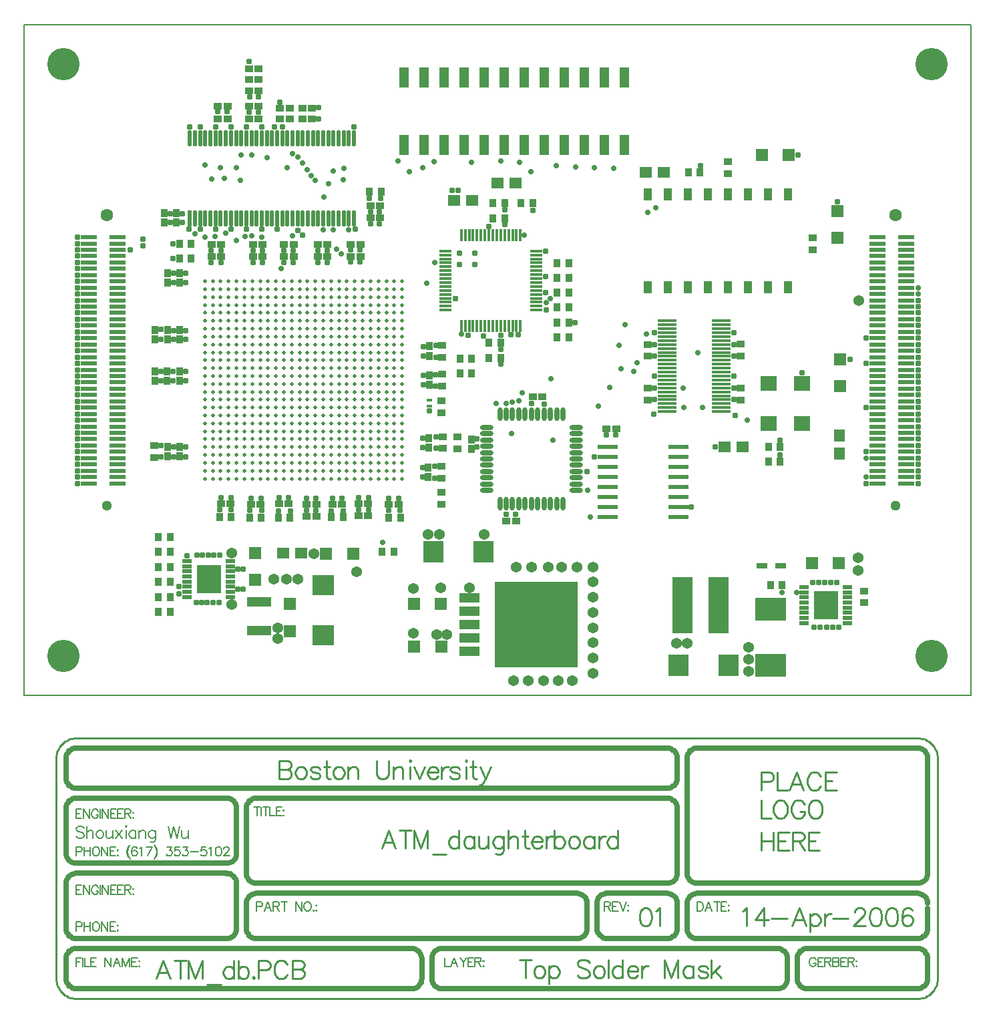
<source format=gts>
%FSLAX24Y24*%
%MOIN*%
G70*
G01*
G75*
%ADD10C,0.0080*%
%ADD11R,0.0400X0.0600*%
%ADD12R,0.0157X0.0787*%
%ADD13O,0.0157X0.0787*%
%ADD14R,0.0413X0.0177*%
%ADD15R,0.1157X0.1409*%
%ADD16R,0.0315X0.0354*%
%ADD17R,0.1500X0.1100*%
%ADD18O,0.0906X0.0118*%
%ADD19C,0.0157*%
%ADD20R,0.0354X0.0315*%
%ADD21R,0.0906X0.0118*%
%ADD22R,0.0787X0.0197*%
%ADD23O,0.0630X0.0197*%
%ADD24O,0.0197X0.0630*%
%ADD25R,0.0600X0.0500*%
%ADD26R,0.0366X0.0291*%
%ADD27R,0.0600X0.0600*%
%ADD28R,0.1004X0.1063*%
%ADD29R,0.1063X0.1004*%
%ADD30O,0.0118X0.0591*%
%ADD31O,0.0591X0.0118*%
%ADD32R,0.0291X0.0366*%
%ADD33R,0.1000X0.0420*%
%ADD34R,0.0213X0.0138*%
%ADD35O,0.0591X0.0118*%
%ADD36R,0.0787X0.0709*%
%ADD37R,0.0500X0.0600*%
%ADD38R,0.0531X0.0256*%
%ADD39R,0.0984X0.2795*%
%ADD40R,0.1201X0.0449*%
%ADD41R,0.0291X0.0366*%
%ADD42R,0.0984X0.2795*%
%ADD43R,0.0990X0.0200*%
%ADD44R,0.0440X0.0960*%
%ADD45R,0.4100X0.4250*%
%ADD46C,0.0100*%
%ADD47C,0.0200*%
%ADD48C,0.0050*%
%ADD49C,0.0060*%
%ADD50C,0.0300*%
%ADD51C,0.0400*%
%ADD52C,0.0051*%
%ADD53C,0.0079*%
%ADD54R,0.2126X0.1142*%
%ADD55R,0.5315X0.2047*%
%ADD56R,0.1559X0.1244*%
%ADD57R,0.0984X0.0437*%
%ADD58R,0.0996X0.0433*%
%ADD59R,0.0543X0.0933*%
%ADD60R,0.3228X0.1142*%
%ADD61R,0.2441X0.1693*%
%ADD62R,0.1142X0.1181*%
%ADD63R,0.1209X0.3386*%
%ADD64R,0.2909X0.4957*%
%ADD65R,0.1177X0.0437*%
%ADD66R,0.3504X0.2795*%
%ADD67C,0.0250*%
%ADD68C,0.0090*%
%ADD69C,0.0500*%
%ADD70C,0.0240*%
%ADD71C,0.0591*%
%ADD72C,0.0472*%
%ADD73C,0.1575*%
%ADD74C,0.0270*%
%ADD75C,0.0240*%
%ADD76C,0.0240*%
%ADD77C,0.0120*%
%ADD78R,0.0440X0.0640*%
%ADD79R,0.0197X0.0827*%
%ADD80O,0.0197X0.0827*%
%ADD81R,0.0453X0.0217*%
%ADD82R,0.1197X0.1449*%
%ADD83R,0.0355X0.0394*%
%ADD84R,0.1540X0.1140*%
%ADD85O,0.0946X0.0158*%
%ADD86C,0.0197*%
%ADD87R,0.0394X0.0355*%
%ADD88R,0.0946X0.0158*%
%ADD89R,0.0827X0.0237*%
%ADD90O,0.0670X0.0237*%
%ADD91O,0.0237X0.0670*%
%ADD92R,0.0640X0.0540*%
%ADD93R,0.0406X0.0331*%
%ADD94R,0.0640X0.0640*%
%ADD95R,0.1044X0.1103*%
%ADD96R,0.1103X0.1044*%
%ADD97O,0.0158X0.0631*%
%ADD98O,0.0631X0.0158*%
%ADD99R,0.0331X0.0406*%
%ADD100R,0.1040X0.0460*%
%ADD101R,0.0253X0.0178*%
%ADD102O,0.0631X0.0158*%
%ADD103R,0.0827X0.0749*%
%ADD104R,0.0540X0.0640*%
%ADD105R,0.0571X0.0296*%
%ADD106R,0.1024X0.2835*%
%ADD107R,0.1241X0.0489*%
%ADD108R,0.0331X0.0406*%
%ADD109R,0.1024X0.2835*%
%ADD110R,0.1030X0.0240*%
%ADD111R,0.0480X0.1000*%
%ADD112R,0.4140X0.4290*%
%ADD113C,0.0540*%
%ADD114C,0.0631*%
%ADD115C,0.0512*%
%ADD116C,0.1615*%
%ADD117C,0.0310*%
%ADD118C,0.0280*%
%ADD119C,0.0280*%
%ADD120C,0.0280*%
D10*
X22673Y13077D02*
X22616Y13134D01*
X22530Y13162D01*
X22416D01*
X22330Y13134D01*
X22273Y13077D01*
Y13020D01*
X22302Y12963D01*
X22330Y12934D01*
X22387Y12905D01*
X22559Y12848D01*
X22616Y12820D01*
X22645Y12791D01*
X22673Y12734D01*
Y12648D01*
X22616Y12591D01*
X22530Y12563D01*
X22416D01*
X22330Y12591D01*
X22273Y12648D01*
X22807Y13162D02*
Y12563D01*
Y12848D02*
X22893Y12934D01*
X22950Y12963D01*
X23036D01*
X23093Y12934D01*
X23122Y12848D01*
Y12563D01*
X23422Y12963D02*
X23364Y12934D01*
X23307Y12877D01*
X23279Y12791D01*
Y12734D01*
X23307Y12648D01*
X23364Y12591D01*
X23422Y12563D01*
X23507D01*
X23564Y12591D01*
X23622Y12648D01*
X23650Y12734D01*
Y12791D01*
X23622Y12877D01*
X23564Y12934D01*
X23507Y12963D01*
X23422D01*
X23781D02*
Y12677D01*
X23810Y12591D01*
X23867Y12563D01*
X23953D01*
X24010Y12591D01*
X24096Y12677D01*
Y12963D02*
Y12563D01*
X24253Y12963D02*
X24567Y12563D01*
Y12963D02*
X24253Y12563D01*
X24750Y13162D02*
X24778Y13134D01*
X24807Y13162D01*
X24778Y13191D01*
X24750Y13162D01*
X24778Y12963D02*
Y12563D01*
X25255Y12963D02*
Y12563D01*
Y12877D02*
X25198Y12934D01*
X25141Y12963D01*
X25055D01*
X24998Y12934D01*
X24941Y12877D01*
X24913Y12791D01*
Y12734D01*
X24941Y12648D01*
X24998Y12591D01*
X25055Y12563D01*
X25141D01*
X25198Y12591D01*
X25255Y12648D01*
X25415Y12963D02*
Y12563D01*
Y12848D02*
X25501Y12934D01*
X25558Y12963D01*
X25644D01*
X25701Y12934D01*
X25730Y12848D01*
Y12563D01*
X26230Y12963D02*
Y12505D01*
X26201Y12420D01*
X26172Y12391D01*
X26115Y12363D01*
X26030D01*
X25972Y12391D01*
X26230Y12877D02*
X26172Y12934D01*
X26115Y12963D01*
X26030D01*
X25972Y12934D01*
X25915Y12877D01*
X25887Y12791D01*
Y12734D01*
X25915Y12648D01*
X25972Y12591D01*
X26030Y12563D01*
X26115D01*
X26172Y12591D01*
X26230Y12648D01*
X26861Y13162D02*
X27004Y12563D01*
X27146Y13162D02*
X27004Y12563D01*
X27146Y13162D02*
X27289Y12563D01*
X27432Y13162D02*
X27289Y12563D01*
X27552Y12963D02*
Y12677D01*
X27581Y12591D01*
X27638Y12563D01*
X27723D01*
X27781Y12591D01*
X27866Y12677D01*
Y12963D02*
Y12563D01*
D46*
X21273Y5573D02*
X21278Y5475D01*
X21292Y5378D01*
X21316Y5283D01*
X21348Y5190D01*
X21390Y5101D01*
X21440Y5017D01*
X21498Y4938D01*
X21563Y4865D01*
X21635Y4798D01*
X21713Y4739D01*
X21796Y4688D01*
X21885Y4645D01*
X21976Y4610D01*
X22071Y4585D01*
X22168Y4569D01*
X22266Y4563D01*
X64273Y4563D02*
X64371Y4567D01*
X64468Y4582D01*
X64564Y4606D01*
X64656Y4639D01*
X64745Y4681D01*
X64829Y4731D01*
X64908Y4790D01*
X64980Y4855D01*
X65046Y4928D01*
X65105Y5007D01*
X65155Y5091D01*
X65197Y5180D01*
X65230Y5272D01*
X65254Y5368D01*
X65268Y5465D01*
X65273Y5563D01*
Y16563D02*
X65268Y16661D01*
X65254Y16758D01*
X65230Y16853D01*
X65197Y16945D01*
X65155Y17034D01*
X65105Y17118D01*
X65046Y17197D01*
X64980Y17270D01*
X64908Y17336D01*
X64829Y17394D01*
X64745Y17445D01*
X64656Y17486D01*
X64564Y17520D01*
X64468Y17543D01*
X64371Y17558D01*
X64273Y17563D01*
X22273D02*
X22175Y17558D01*
X22078Y17543D01*
X21983Y17520D01*
X21891Y17486D01*
X21802Y17445D01*
X21718Y17394D01*
X21639Y17336D01*
X21566Y17270D01*
X21500Y17197D01*
X21442Y17118D01*
X21391Y17034D01*
X21349Y16945D01*
X21316Y16853D01*
X21292Y16758D01*
X21278Y16661D01*
X21273Y16563D01*
X22273Y4563D02*
X64273D01*
X22273Y17563D02*
X64273D01*
X65273Y5563D02*
Y16563D01*
X21273Y5563D02*
Y16563D01*
D48*
X59195Y6505D02*
X59173Y6548D01*
X59130Y6591D01*
X59087Y6612D01*
X59002D01*
X58959Y6591D01*
X58916Y6548D01*
X58895Y6505D01*
X58873Y6441D01*
Y6334D01*
X58895Y6270D01*
X58916Y6227D01*
X58959Y6184D01*
X59002Y6163D01*
X59087D01*
X59130Y6184D01*
X59173Y6227D01*
X59195Y6270D01*
Y6334D01*
X59087D02*
X59195D01*
X59576Y6612D02*
X59297D01*
Y6163D01*
X59576D01*
X59297Y6398D02*
X59469D01*
X59651Y6612D02*
Y6163D01*
Y6612D02*
X59844D01*
X59908Y6591D01*
X59929Y6570D01*
X59951Y6527D01*
Y6484D01*
X59929Y6441D01*
X59908Y6420D01*
X59844Y6398D01*
X59651D01*
X59801D02*
X59951Y6163D01*
X60052Y6612D02*
Y6163D01*
Y6612D02*
X60244D01*
X60309Y6591D01*
X60330Y6570D01*
X60351Y6527D01*
Y6484D01*
X60330Y6441D01*
X60309Y6420D01*
X60244Y6398D01*
X60052D02*
X60244D01*
X60309Y6377D01*
X60330Y6355D01*
X60351Y6313D01*
Y6248D01*
X60330Y6205D01*
X60309Y6184D01*
X60244Y6163D01*
X60052D01*
X60731Y6612D02*
X60452D01*
Y6163D01*
X60731D01*
X60452Y6398D02*
X60624D01*
X60806Y6612D02*
Y6163D01*
Y6612D02*
X60998D01*
X61063Y6591D01*
X61084Y6570D01*
X61106Y6527D01*
Y6484D01*
X61084Y6441D01*
X61063Y6420D01*
X60998Y6398D01*
X60806D01*
X60956D02*
X61106Y6163D01*
X61228Y6463D02*
X61206Y6441D01*
X61228Y6420D01*
X61249Y6441D01*
X61228Y6463D01*
Y6205D02*
X61206Y6184D01*
X61228Y6163D01*
X61249Y6184D01*
X61228Y6205D01*
X22273Y6612D02*
Y6163D01*
Y6612D02*
X22552D01*
X22273Y6398D02*
X22445D01*
X22603Y6612D02*
Y6163D01*
X22697Y6612D02*
Y6163D01*
X22955D01*
X23282Y6612D02*
X23004D01*
Y6163D01*
X23282D01*
X23004Y6398D02*
X23175D01*
X23711Y6612D02*
Y6163D01*
Y6612D02*
X24011Y6163D01*
Y6612D02*
Y6163D01*
X24478D02*
X24306Y6612D01*
X24135Y6163D01*
X24199Y6313D02*
X24413D01*
X24583Y6612D02*
Y6163D01*
Y6612D02*
X24754Y6163D01*
X24926Y6612D02*
X24754Y6163D01*
X24926Y6612D02*
Y6163D01*
X25333Y6612D02*
X25054D01*
Y6163D01*
X25333D01*
X25054Y6398D02*
X25225D01*
X25429Y6463D02*
X25408Y6441D01*
X25429Y6420D01*
X25450Y6441D01*
X25429Y6463D01*
Y6205D02*
X25408Y6184D01*
X25429Y6163D01*
X25450Y6184D01*
X25429Y6205D01*
X22552Y10213D02*
X22273D01*
Y9763D01*
X22552D01*
X22273Y9998D02*
X22445D01*
X22627Y10213D02*
Y9763D01*
Y10213D02*
X22927Y9763D01*
Y10213D02*
Y9763D01*
X23372Y10105D02*
X23351Y10148D01*
X23308Y10191D01*
X23265Y10213D01*
X23179D01*
X23137Y10191D01*
X23094Y10148D01*
X23072Y10105D01*
X23051Y10041D01*
Y9934D01*
X23072Y9870D01*
X23094Y9827D01*
X23137Y9784D01*
X23179Y9763D01*
X23265D01*
X23308Y9784D01*
X23351Y9827D01*
X23372Y9870D01*
Y9934D01*
X23265D02*
X23372D01*
X23475Y10213D02*
Y9763D01*
X23569Y10213D02*
Y9763D01*
Y10213D02*
X23869Y9763D01*
Y10213D02*
Y9763D01*
X24272Y10213D02*
X23994D01*
Y9763D01*
X24272D01*
X23994Y9998D02*
X24165D01*
X24626Y10213D02*
X24347D01*
Y9763D01*
X24626D01*
X24347Y9998D02*
X24518D01*
X24701Y10213D02*
Y9763D01*
Y10213D02*
X24893D01*
X24958Y10191D01*
X24979Y10170D01*
X25001Y10127D01*
Y10084D01*
X24979Y10041D01*
X24958Y10020D01*
X24893Y9998D01*
X24701D01*
X24851D02*
X25001Y9763D01*
X25123Y10063D02*
X25101Y10041D01*
X25123Y10020D01*
X25144Y10041D01*
X25123Y10063D01*
Y9805D02*
X25101Y9784D01*
X25123Y9763D01*
X25144Y9784D01*
X25123Y9805D01*
X31298Y14138D02*
Y13688D01*
X31148Y14138D02*
X31448D01*
X31502D02*
Y13688D01*
X31746Y14138D02*
Y13688D01*
X31596Y14138D02*
X31896D01*
X31949D02*
Y13688D01*
X32207D01*
X32534Y14138D02*
X32256D01*
Y13688D01*
X32534D01*
X32256Y13923D02*
X32427D01*
X32631Y13988D02*
X32609Y13966D01*
X32631Y13945D01*
X32652Y13966D01*
X32631Y13988D01*
Y13730D02*
X32609Y13709D01*
X32631Y13688D01*
X32652Y13709D01*
X32631Y13730D01*
X31273Y9152D02*
X31466D01*
X31530Y9173D01*
X31552Y9195D01*
X31573Y9238D01*
Y9302D01*
X31552Y9345D01*
X31530Y9366D01*
X31466Y9388D01*
X31273D01*
Y8938D01*
X32017D02*
X31845Y9388D01*
X31674Y8938D01*
X31738Y9088D02*
X31952D01*
X32122Y9388D02*
Y8938D01*
Y9388D02*
X32314D01*
X32379Y9366D01*
X32400Y9345D01*
X32422Y9302D01*
Y9259D01*
X32400Y9216D01*
X32379Y9195D01*
X32314Y9173D01*
X32122D01*
X32272D02*
X32422Y8938D01*
X32672Y9388D02*
Y8938D01*
X32522Y9388D02*
X32822D01*
X33229D02*
Y8938D01*
Y9388D02*
X33529Y8938D01*
Y9388D02*
Y8938D01*
X33782Y9388D02*
X33739Y9366D01*
X33696Y9323D01*
X33675Y9280D01*
X33653Y9216D01*
Y9109D01*
X33675Y9045D01*
X33696Y9002D01*
X33739Y8959D01*
X33782Y8938D01*
X33868D01*
X33911Y8959D01*
X33953Y9002D01*
X33975Y9045D01*
X33996Y9109D01*
Y9216D01*
X33975Y9280D01*
X33953Y9323D01*
X33911Y9366D01*
X33868Y9388D01*
X33782D01*
X34123Y8980D02*
X34101Y8959D01*
X34123Y8938D01*
X34144Y8959D01*
X34123Y8980D01*
X34264Y9238D02*
X34243Y9216D01*
X34264Y9195D01*
X34285Y9216D01*
X34264Y9238D01*
Y8980D02*
X34243Y8959D01*
X34264Y8938D01*
X34285Y8959D01*
X34264Y8980D01*
X22552Y14013D02*
X22273D01*
Y13563D01*
X22552D01*
X22273Y13798D02*
X22445D01*
X22627Y14013D02*
Y13563D01*
Y14013D02*
X22927Y13563D01*
Y14013D02*
Y13563D01*
X23372Y13905D02*
X23351Y13948D01*
X23308Y13991D01*
X23265Y14013D01*
X23179D01*
X23137Y13991D01*
X23094Y13948D01*
X23072Y13905D01*
X23051Y13841D01*
Y13734D01*
X23072Y13670D01*
X23094Y13627D01*
X23137Y13584D01*
X23179Y13563D01*
X23265D01*
X23308Y13584D01*
X23351Y13627D01*
X23372Y13670D01*
Y13734D01*
X23265D02*
X23372D01*
X23475Y14013D02*
Y13563D01*
X23569Y14013D02*
Y13563D01*
Y14013D02*
X23869Y13563D01*
Y14013D02*
Y13563D01*
X24272Y14013D02*
X23994D01*
Y13563D01*
X24272D01*
X23994Y13798D02*
X24165D01*
X24626Y14013D02*
X24347D01*
Y13563D01*
X24626D01*
X24347Y13798D02*
X24518D01*
X24701Y14013D02*
Y13563D01*
Y14013D02*
X24893D01*
X24958Y13991D01*
X24979Y13970D01*
X25001Y13927D01*
Y13884D01*
X24979Y13841D01*
X24958Y13820D01*
X24893Y13798D01*
X24701D01*
X24851D02*
X25001Y13563D01*
X25123Y13863D02*
X25101Y13841D01*
X25123Y13820D01*
X25144Y13841D01*
X25123Y13863D01*
Y13605D02*
X25101Y13584D01*
X25123Y13563D01*
X25144Y13584D01*
X25123Y13605D01*
X40673Y6612D02*
Y6163D01*
X40930D01*
X41322D02*
X41151Y6612D01*
X40980Y6163D01*
X41044Y6313D02*
X41258D01*
X41427Y6612D02*
X41599Y6398D01*
Y6163D01*
X41770Y6612D02*
X41599Y6398D01*
X42106Y6612D02*
X41828D01*
Y6163D01*
X42106D01*
X41828Y6398D02*
X41999D01*
X42181Y6612D02*
Y6163D01*
Y6612D02*
X42374D01*
X42439Y6591D01*
X42460Y6570D01*
X42481Y6527D01*
Y6484D01*
X42460Y6441D01*
X42439Y6420D01*
X42374Y6398D01*
X42181D01*
X42331D02*
X42481Y6163D01*
X42604Y6463D02*
X42582Y6441D01*
X42604Y6420D01*
X42625Y6441D01*
X42604Y6463D01*
Y6205D02*
X42582Y6184D01*
X42604Y6163D01*
X42625Y6184D01*
X42604Y6205D01*
X22273Y8152D02*
X22466D01*
X22530Y8173D01*
X22552Y8195D01*
X22573Y8238D01*
Y8302D01*
X22552Y8345D01*
X22530Y8366D01*
X22466Y8388D01*
X22273D01*
Y7938D01*
X22674Y8388D02*
Y7938D01*
X22974Y8388D02*
Y7938D01*
X22674Y8173D02*
X22974D01*
X23227Y8388D02*
X23184Y8366D01*
X23141Y8323D01*
X23119Y8280D01*
X23098Y8216D01*
Y8109D01*
X23119Y8045D01*
X23141Y8002D01*
X23184Y7959D01*
X23227Y7938D01*
X23312D01*
X23355Y7959D01*
X23398Y8002D01*
X23419Y8045D01*
X23441Y8109D01*
Y8216D01*
X23419Y8280D01*
X23398Y8323D01*
X23355Y8366D01*
X23312Y8388D01*
X23227D01*
X23546D02*
Y7938D01*
Y8388D02*
X23846Y7938D01*
Y8388D02*
Y7938D01*
X24249Y8388D02*
X23970D01*
Y7938D01*
X24249D01*
X23970Y8173D02*
X24141D01*
X24345Y8238D02*
X24323Y8216D01*
X24345Y8195D01*
X24366Y8216D01*
X24345Y8238D01*
Y7980D02*
X24323Y7959D01*
X24345Y7938D01*
X24366Y7959D01*
X24345Y7980D01*
X22273Y11902D02*
X22466D01*
X22530Y11923D01*
X22552Y11945D01*
X22573Y11988D01*
Y12052D01*
X22552Y12095D01*
X22530Y12116D01*
X22466Y12138D01*
X22273D01*
Y11688D01*
X22674Y12138D02*
Y11688D01*
X22974Y12138D02*
Y11688D01*
X22674Y11923D02*
X22974D01*
X23227Y12138D02*
X23184Y12116D01*
X23141Y12073D01*
X23119Y12030D01*
X23098Y11966D01*
Y11859D01*
X23119Y11795D01*
X23141Y11752D01*
X23184Y11709D01*
X23227Y11688D01*
X23312D01*
X23355Y11709D01*
X23398Y11752D01*
X23419Y11795D01*
X23441Y11859D01*
Y11966D01*
X23419Y12030D01*
X23398Y12073D01*
X23355Y12116D01*
X23312Y12138D01*
X23227D01*
X23546D02*
Y11688D01*
Y12138D02*
X23846Y11688D01*
Y12138D02*
Y11688D01*
X24249Y12138D02*
X23970D01*
Y11688D01*
X24249D01*
X23970Y11923D02*
X24141D01*
X24345Y11988D02*
X24323Y11966D01*
X24345Y11945D01*
X24366Y11966D01*
X24345Y11988D01*
Y11730D02*
X24323Y11709D01*
X24345Y11688D01*
X24366Y11709D01*
X24345Y11730D01*
X24968Y12223D02*
X24926Y12180D01*
X24883Y12116D01*
X24840Y12030D01*
X24818Y11923D01*
Y11838D01*
X24840Y11730D01*
X24883Y11645D01*
X24926Y11580D01*
X24968Y11538D01*
X24926Y12180D02*
X24883Y12095D01*
X24861Y12030D01*
X24840Y11923D01*
Y11838D01*
X24861Y11730D01*
X24883Y11666D01*
X24926Y11580D01*
X25311Y12073D02*
X25290Y12116D01*
X25225Y12138D01*
X25183D01*
X25118Y12116D01*
X25075Y12052D01*
X25054Y11945D01*
Y11838D01*
X25075Y11752D01*
X25118Y11709D01*
X25183Y11688D01*
X25204D01*
X25268Y11709D01*
X25311Y11752D01*
X25333Y11816D01*
Y11838D01*
X25311Y11902D01*
X25268Y11945D01*
X25204Y11966D01*
X25183D01*
X25118Y11945D01*
X25075Y11902D01*
X25054Y11838D01*
X25431Y12052D02*
X25474Y12073D01*
X25538Y12138D01*
Y11688D01*
X26061Y12138D02*
X25847Y11688D01*
X25761Y12138D02*
X26061D01*
X26162Y12223D02*
X26205Y12180D01*
X26247Y12116D01*
X26290Y12030D01*
X26312Y11923D01*
Y11838D01*
X26290Y11730D01*
X26247Y11645D01*
X26205Y11580D01*
X26162Y11538D01*
X26205Y12180D02*
X26247Y12095D01*
X26269Y12030D01*
X26290Y11923D01*
Y11838D01*
X26269Y11730D01*
X26247Y11666D01*
X26205Y11580D01*
X26817Y12138D02*
X27053D01*
X26924Y11966D01*
X26989D01*
X27031Y11945D01*
X27053Y11923D01*
X27074Y11859D01*
Y11816D01*
X27053Y11752D01*
X27010Y11709D01*
X26946Y11688D01*
X26882D01*
X26817Y11709D01*
X26796Y11730D01*
X26774Y11773D01*
X27432Y12138D02*
X27218D01*
X27196Y11945D01*
X27218Y11966D01*
X27282Y11988D01*
X27346D01*
X27411Y11966D01*
X27454Y11923D01*
X27475Y11859D01*
Y11816D01*
X27454Y11752D01*
X27411Y11709D01*
X27346Y11688D01*
X27282D01*
X27218Y11709D01*
X27196Y11730D01*
X27175Y11773D01*
X27619Y12138D02*
X27854D01*
X27726Y11966D01*
X27790D01*
X27833Y11945D01*
X27854Y11923D01*
X27876Y11859D01*
Y11816D01*
X27854Y11752D01*
X27811Y11709D01*
X27747Y11688D01*
X27683D01*
X27619Y11709D01*
X27597Y11730D01*
X27576Y11773D01*
X27976Y11880D02*
X28362D01*
X28752Y12138D02*
X28538D01*
X28516Y11945D01*
X28538Y11966D01*
X28602Y11988D01*
X28666D01*
X28730Y11966D01*
X28773Y11923D01*
X28795Y11859D01*
Y11816D01*
X28773Y11752D01*
X28730Y11709D01*
X28666Y11688D01*
X28602D01*
X28538Y11709D01*
X28516Y11730D01*
X28495Y11773D01*
X28895Y12052D02*
X28938Y12073D01*
X29002Y12138D01*
Y11688D01*
X29354Y12138D02*
X29290Y12116D01*
X29247Y12052D01*
X29225Y11945D01*
Y11880D01*
X29247Y11773D01*
X29290Y11709D01*
X29354Y11688D01*
X29397D01*
X29461Y11709D01*
X29504Y11773D01*
X29525Y11880D01*
Y11945D01*
X29504Y12052D01*
X29461Y12116D01*
X29397Y12138D01*
X29354D01*
X29647Y12030D02*
Y12052D01*
X29669Y12095D01*
X29690Y12116D01*
X29733Y12138D01*
X29819D01*
X29862Y12116D01*
X29883Y12095D01*
X29904Y12052D01*
Y12009D01*
X29883Y11966D01*
X29840Y11902D01*
X29626Y11688D01*
X29926D01*
X48648Y9388D02*
Y8938D01*
Y9388D02*
X48841D01*
X48905Y9366D01*
X48927Y9345D01*
X48948Y9302D01*
Y9259D01*
X48927Y9216D01*
X48905Y9195D01*
X48841Y9173D01*
X48648D01*
X48798D02*
X48948Y8938D01*
X49327Y9388D02*
X49049D01*
Y8938D01*
X49327D01*
X49049Y9173D02*
X49220D01*
X49402Y9388D02*
X49574Y8938D01*
X49745Y9388D02*
X49574Y8938D01*
X49824Y9238D02*
X49803Y9216D01*
X49824Y9195D01*
X49846Y9216D01*
X49824Y9238D01*
Y8980D02*
X49803Y8959D01*
X49824Y8938D01*
X49846Y8959D01*
X49824Y8980D01*
X53273Y9388D02*
Y8938D01*
Y9388D02*
X53423D01*
X53487Y9366D01*
X53530Y9323D01*
X53552Y9280D01*
X53573Y9216D01*
Y9109D01*
X53552Y9045D01*
X53530Y9002D01*
X53487Y8959D01*
X53423Y8938D01*
X53273D01*
X54017D02*
X53845Y9388D01*
X53674Y8938D01*
X53738Y9088D02*
X53952D01*
X54272Y9388D02*
Y8938D01*
X54122Y9388D02*
X54422D01*
X54754D02*
X54475D01*
Y8938D01*
X54754D01*
X54475Y9173D02*
X54647D01*
X54850Y9238D02*
X54829Y9216D01*
X54850Y9195D01*
X54871Y9216D01*
X54850Y9238D01*
Y8980D02*
X54829Y8959D01*
X54850Y8938D01*
X54871Y8959D01*
X54850Y8980D01*
D49*
X19685Y19685D02*
X66929D01*
Y53150D01*
X19685D02*
X66929D01*
X19685Y19685D02*
Y53150D01*
D67*
X64773Y9323D02*
X64764Y9418D01*
X64736Y9510D01*
X64691Y9595D01*
X64630Y9669D01*
X64555Y9730D01*
X64471Y9775D01*
X64379Y9803D01*
X64283Y9813D01*
X53273D02*
X53176Y9803D01*
X53082Y9775D01*
X52995Y9728D01*
X52920Y9666D01*
X52857Y9590D01*
X52811Y9504D01*
X52783Y9410D01*
X52773Y9313D01*
X64273Y10313D02*
X64371Y10322D01*
X64465Y10351D01*
X64551Y10397D01*
X64627Y10459D01*
X64689Y10535D01*
X64735Y10621D01*
X64764Y10715D01*
X64773Y10813D01*
X52773D02*
X52783Y10715D01*
X52811Y10621D01*
X52857Y10535D01*
X52920Y10459D01*
X52995Y10397D01*
X53082Y10351D01*
X53176Y10322D01*
X53273Y10313D01*
X64773Y16573D02*
X64763Y16670D01*
X64734Y16764D01*
X64687Y16850D01*
X64624Y16925D01*
X64547Y16986D01*
X64459Y17030D01*
X64364Y17056D01*
X64266Y17062D01*
X64273Y7563D02*
X64371Y7572D01*
X64465Y7601D01*
X64551Y7647D01*
X64627Y7709D01*
X64689Y7785D01*
X64735Y7871D01*
X64764Y7965D01*
X64773Y8063D01*
X64773Y6571D02*
X64762Y6668D01*
X64733Y6760D01*
X64686Y6845D01*
X64624Y6919D01*
X64548Y6980D01*
X64463Y7025D01*
X64370Y7053D01*
X64273Y7063D01*
Y5063D02*
X64371Y5072D01*
X64465Y5101D01*
X64551Y5147D01*
X64627Y5209D01*
X64689Y5285D01*
X64735Y5371D01*
X64764Y5465D01*
X64773Y5563D01*
X51773Y7563D02*
X51871Y7572D01*
X51965Y7601D01*
X52051Y7647D01*
X52127Y7709D01*
X52189Y7785D01*
X52235Y7871D01*
X52264Y7965D01*
X52273Y8063D01*
X52773Y8053D02*
X52783Y7956D01*
X52811Y7863D01*
X52858Y7778D01*
X52920Y7703D01*
X52995Y7642D01*
X53082Y7597D01*
X53175Y7571D01*
X53272Y7563D01*
X52273Y9323D02*
X52264Y9418D01*
X52236Y9510D01*
X52191Y9595D01*
X52130Y9669D01*
X52055Y9730D01*
X51971Y9775D01*
X51879Y9803D01*
X51783Y9813D01*
X21773Y5563D02*
X21783Y5466D01*
X21810Y5373D01*
X21856Y5288D01*
X21917Y5212D01*
X21991Y5150D01*
X22076Y5103D01*
X22168Y5074D01*
X22264Y5063D01*
X51782Y10313D02*
X51878Y10324D01*
X51971Y10353D01*
X52056Y10400D01*
X52130Y10462D01*
X52191Y10537D01*
X52236Y10623D01*
X52264Y10716D01*
X52273Y10813D01*
X22273Y7063D02*
X22176Y7053D01*
X22082Y7025D01*
X21995Y6978D01*
X21920Y6916D01*
X21857Y6840D01*
X21811Y6754D01*
X21783Y6660D01*
X21773Y6563D01*
X52273Y14063D02*
X52264Y14160D01*
X52235Y14254D01*
X52189Y14340D01*
X52127Y14416D01*
X52051Y14478D01*
X51965Y14525D01*
X51871Y14553D01*
X51773Y14563D01*
Y15063D02*
X51871Y15072D01*
X51965Y15101D01*
X52051Y15147D01*
X52127Y15209D01*
X52189Y15285D01*
X52235Y15371D01*
X52264Y15465D01*
X52273Y15563D01*
X53273Y17063D02*
X53176Y17053D01*
X53082Y17025D01*
X52995Y16978D01*
X52920Y16916D01*
X52857Y16840D01*
X52811Y16754D01*
X52783Y16660D01*
X52773Y16563D01*
X52273D02*
X52264Y16660D01*
X52235Y16754D01*
X52189Y16840D01*
X52127Y16916D01*
X52051Y16978D01*
X51965Y17025D01*
X51871Y17053D01*
X51773Y17063D01*
X22273Y14563D02*
X22176Y14553D01*
X22082Y14525D01*
X21995Y14478D01*
X21920Y14416D01*
X21857Y14340D01*
X21811Y14254D01*
X21783Y14160D01*
X21773Y14063D01*
Y11813D02*
X21783Y11715D01*
X21811Y11621D01*
X21857Y11535D01*
X21920Y11459D01*
X21995Y11397D01*
X22082Y11351D01*
X22176Y11322D01*
X22273Y11313D01*
Y10813D02*
X22176Y10803D01*
X22082Y10775D01*
X21995Y10728D01*
X21920Y10666D01*
X21857Y10590D01*
X21811Y10504D01*
X21783Y10410D01*
X21773Y10313D01*
Y8063D02*
X21783Y7966D01*
X21810Y7873D01*
X21856Y7788D01*
X21917Y7712D01*
X21991Y7650D01*
X22076Y7603D01*
X22168Y7574D01*
X22264Y7563D01*
X31273Y14563D02*
X31176Y14553D01*
X31082Y14525D01*
X30995Y14478D01*
X30920Y14416D01*
X30857Y14340D01*
X30811Y14254D01*
X30783Y14160D01*
X30773Y14063D01*
X31273Y9813D02*
X31176Y9803D01*
X31082Y9775D01*
X30995Y9728D01*
X30920Y9666D01*
X30857Y9590D01*
X30811Y9504D01*
X30783Y9410D01*
X30773Y9313D01*
X48753Y9813D02*
X48657Y9803D01*
X48564Y9774D01*
X48479Y9726D01*
X48405Y9663D01*
X48346Y9586D01*
X48303Y9499D01*
X48279Y9405D01*
X48274Y9307D01*
X48273Y8073D02*
X48283Y7974D01*
X48311Y7879D01*
X48357Y7792D01*
X48419Y7715D01*
X48495Y7652D01*
X48582Y7604D01*
X48676Y7574D01*
X48774Y7563D01*
X47283Y7563D02*
X47380Y7572D01*
X47473Y7601D01*
X47558Y7647D01*
X47633Y7709D01*
X47694Y7785D01*
X47738Y7871D01*
X47765Y7964D01*
X47773Y8061D01*
X47773Y9323D02*
X47764Y9418D01*
X47736Y9510D01*
X47691Y9595D01*
X47630Y9669D01*
X47555Y9730D01*
X47471Y9775D01*
X47379Y9803D01*
X47283Y9813D01*
X29783Y7563D02*
X29879Y7572D01*
X29971Y7600D01*
X30055Y7645D01*
X30130Y7706D01*
X30191Y7780D01*
X30236Y7865D01*
X30264Y7957D01*
X30273Y8053D01*
X30773D02*
X30783Y7957D01*
X30811Y7865D01*
X30856Y7780D01*
X30917Y7706D01*
X30991Y7645D01*
X31076Y7600D01*
X31168Y7572D01*
X31263Y7563D01*
X30773Y10803D02*
X30783Y10707D01*
X30811Y10615D01*
X30856Y10530D01*
X30917Y10456D01*
X30991Y10395D01*
X31076Y10350D01*
X31168Y10322D01*
X31263Y10313D01*
X30273Y10323D02*
X30263Y10420D01*
X30234Y10514D01*
X30187Y10600D01*
X30124Y10675D01*
X30047Y10736D01*
X29959Y10780D01*
X29864Y10806D01*
X29766Y10812D01*
X29793Y11313D02*
X29887Y11322D01*
X29977Y11349D01*
X30060Y11393D01*
X30133Y11453D01*
X30192Y11526D01*
X30237Y11609D01*
X30264Y11699D01*
X30273Y11793D01*
Y14073D02*
X30264Y14168D01*
X30236Y14260D01*
X30191Y14345D01*
X30130Y14419D01*
X30055Y14480D01*
X29971Y14525D01*
X29879Y14553D01*
X29783Y14563D01*
X58773Y7063D02*
X58676Y7053D01*
X58582Y7025D01*
X58495Y6978D01*
X58420Y6916D01*
X58357Y6840D01*
X58311Y6754D01*
X58283Y6660D01*
X58273Y6563D01*
Y5553D02*
X58283Y5456D01*
X58311Y5363D01*
X58358Y5278D01*
X58420Y5203D01*
X58495Y5142D01*
X58582Y5097D01*
X58675Y5071D01*
X58772Y5063D01*
X57285Y5063D02*
X57382Y5071D01*
X57475Y5098D01*
X57561Y5144D01*
X57636Y5206D01*
X57696Y5282D01*
X57741Y5369D01*
X57767Y5462D01*
X57773Y5559D01*
X57773Y6563D02*
X57764Y6660D01*
X57735Y6754D01*
X57689Y6840D01*
X57627Y6916D01*
X57551Y6978D01*
X57465Y7025D01*
X57371Y7053D01*
X57273Y7063D01*
X40023Y5563D02*
X40033Y5466D01*
X40060Y5373D01*
X40106Y5288D01*
X40167Y5212D01*
X40241Y5150D01*
X40326Y5103D01*
X40418Y5074D01*
X40514Y5063D01*
X40523Y7063D02*
X40426Y7053D01*
X40332Y7025D01*
X40245Y6978D01*
X40170Y6916D01*
X40107Y6840D01*
X40061Y6754D01*
X40033Y6660D01*
X40023Y6563D01*
X39035Y5063D02*
X39132Y5071D01*
X39225Y5098D01*
X39311Y5144D01*
X39386Y5206D01*
X39446Y5282D01*
X39491Y5369D01*
X39517Y5462D01*
X39523Y5559D01*
X39523Y6563D02*
X39514Y6660D01*
X39485Y6754D01*
X39439Y6840D01*
X39377Y6916D01*
X39301Y6978D01*
X39215Y7025D01*
X39121Y7053D01*
X39023Y7063D01*
X21773Y15563D02*
X21783Y15465D01*
X21811Y15371D01*
X21857Y15285D01*
X21920Y15209D01*
X21995Y15147D01*
X22082Y15101D01*
X22176Y15072D01*
X22273Y15063D01*
Y17063D02*
X22176Y17053D01*
X22082Y17025D01*
X21995Y16978D01*
X21920Y16916D01*
X21857Y16840D01*
X21811Y16754D01*
X21783Y16660D01*
X21773Y16563D01*
X40523Y5063D02*
X57273D01*
X22273D02*
X39023D01*
X22273Y7063D02*
X39023D01*
X40523D02*
X57273D01*
X58773Y5063D02*
X64273D01*
X58773Y7063D02*
X64273D01*
X22273Y17063D02*
X51773D01*
X22273Y7563D02*
X29773D01*
X22273Y10813D02*
X29773D01*
X22273Y11313D02*
X29773D01*
X22273Y14563D02*
X29773D01*
X22273Y15063D02*
X51773D01*
X31273Y14563D02*
X51773D01*
X31273Y9813D02*
X47273D01*
X31273Y7563D02*
X47273D01*
X48773D02*
X51773D01*
X48773Y9813D02*
X51773D01*
X53273Y7563D02*
X64273D01*
X53273Y17063D02*
X64273D01*
X31273Y10313D02*
X51773D01*
X53273D02*
X64273D01*
X53273Y9813D02*
X64273D01*
X39523Y5563D02*
Y6563D01*
X40023Y5563D02*
Y6563D01*
X57773Y5563D02*
Y6563D01*
X58273Y5563D02*
Y6563D01*
X21773Y8063D02*
Y10313D01*
X30273Y8063D02*
Y10313D01*
X21773Y11813D02*
Y14063D01*
X30273Y11813D02*
Y14063D01*
X52273Y15563D02*
Y16563D01*
Y10813D02*
Y14063D01*
X30773Y10813D02*
Y14063D01*
X47773Y8063D02*
Y9313D01*
X30773Y8063D02*
Y9313D01*
X48273Y8063D02*
Y9313D01*
X52273Y8063D02*
Y9313D01*
X64773Y5563D02*
Y6563D01*
Y8063D02*
Y9063D01*
X21773Y5563D02*
Y6563D01*
X52773Y10813D02*
Y16563D01*
X64773Y10813D02*
Y16563D01*
X52773Y8063D02*
Y9313D01*
X21773Y15563D02*
Y16563D01*
D68*
X26959Y5563D02*
X26616Y6462D01*
X26273Y5563D01*
X26402Y5863D02*
X26830D01*
X27469Y6462D02*
Y5563D01*
X27169Y6462D02*
X27769D01*
X27876D02*
Y5563D01*
Y6462D02*
X28219Y5563D01*
X28561Y6462D02*
X28219Y5563D01*
X28561Y6462D02*
Y5563D01*
X28818Y5263D02*
X29504D01*
X30134Y6462D02*
Y5563D01*
Y6034D02*
X30048Y6120D01*
X29962Y6162D01*
X29834D01*
X29748Y6120D01*
X29662Y6034D01*
X29620Y5905D01*
Y5820D01*
X29662Y5691D01*
X29748Y5605D01*
X29834Y5563D01*
X29962D01*
X30048Y5605D01*
X30134Y5691D01*
X30374Y6462D02*
Y5563D01*
Y6034D02*
X30459Y6120D01*
X30545Y6162D01*
X30674D01*
X30759Y6120D01*
X30845Y6034D01*
X30888Y5905D01*
Y5820D01*
X30845Y5691D01*
X30759Y5605D01*
X30674Y5563D01*
X30545D01*
X30459Y5605D01*
X30374Y5691D01*
X31124Y5648D02*
X31081Y5605D01*
X31124Y5563D01*
X31166Y5605D01*
X31124Y5648D01*
X31364Y5991D02*
X31749D01*
X31878Y6034D01*
X31921Y6077D01*
X31963Y6162D01*
Y6291D01*
X31921Y6377D01*
X31878Y6420D01*
X31749Y6462D01*
X31364D01*
Y5563D01*
X32808Y6248D02*
X32765Y6334D01*
X32679Y6420D01*
X32593Y6462D01*
X32422D01*
X32336Y6420D01*
X32251Y6334D01*
X32208Y6248D01*
X32165Y6120D01*
Y5905D01*
X32208Y5777D01*
X32251Y5691D01*
X32336Y5605D01*
X32422Y5563D01*
X32593D01*
X32679Y5605D01*
X32765Y5691D01*
X32808Y5777D01*
X33060Y6462D02*
Y5563D01*
Y6462D02*
X33446D01*
X33575Y6420D01*
X33617Y6377D01*
X33660Y6291D01*
Y6205D01*
X33617Y6120D01*
X33575Y6077D01*
X33446Y6034D01*
X33060D02*
X33446D01*
X33575Y5991D01*
X33617Y5948D01*
X33660Y5863D01*
Y5734D01*
X33617Y5648D01*
X33575Y5605D01*
X33446Y5563D01*
X33060D01*
X32413Y16435D02*
Y15535D01*
Y16435D02*
X32799D01*
X32927Y16392D01*
X32970Y16349D01*
X33013Y16263D01*
Y16178D01*
X32970Y16092D01*
X32927Y16049D01*
X32799Y16006D01*
X32413D02*
X32799D01*
X32927Y15964D01*
X32970Y15921D01*
X33013Y15835D01*
Y15706D01*
X32970Y15621D01*
X32927Y15578D01*
X32799Y15535D01*
X32413D01*
X33428Y16135D02*
X33343Y16092D01*
X33257Y16006D01*
X33214Y15878D01*
Y15792D01*
X33257Y15664D01*
X33343Y15578D01*
X33428Y15535D01*
X33557D01*
X33643Y15578D01*
X33728Y15664D01*
X33771Y15792D01*
Y15878D01*
X33728Y16006D01*
X33643Y16092D01*
X33557Y16135D01*
X33428D01*
X34440Y16006D02*
X34397Y16092D01*
X34268Y16135D01*
X34140D01*
X34011Y16092D01*
X33968Y16006D01*
X34011Y15921D01*
X34097Y15878D01*
X34311Y15835D01*
X34397Y15792D01*
X34440Y15706D01*
Y15664D01*
X34397Y15578D01*
X34268Y15535D01*
X34140D01*
X34011Y15578D01*
X33968Y15664D01*
X34757Y16435D02*
Y15706D01*
X34800Y15578D01*
X34885Y15535D01*
X34971D01*
X34628Y16135D02*
X34928D01*
X35314D02*
X35228Y16092D01*
X35142Y16006D01*
X35100Y15878D01*
Y15792D01*
X35142Y15664D01*
X35228Y15578D01*
X35314Y15535D01*
X35442D01*
X35528Y15578D01*
X35614Y15664D01*
X35657Y15792D01*
Y15878D01*
X35614Y16006D01*
X35528Y16092D01*
X35442Y16135D01*
X35314D01*
X35854D02*
Y15535D01*
Y15964D02*
X35982Y16092D01*
X36068Y16135D01*
X36196D01*
X36282Y16092D01*
X36325Y15964D01*
Y15535D01*
X37268Y16435D02*
Y15792D01*
X37311Y15664D01*
X37396Y15578D01*
X37525Y15535D01*
X37610D01*
X37739Y15578D01*
X37825Y15664D01*
X37868Y15792D01*
Y16435D01*
X38116Y16135D02*
Y15535D01*
Y15964D02*
X38245Y16092D01*
X38330Y16135D01*
X38459D01*
X38545Y16092D01*
X38587Y15964D01*
Y15535D01*
X38909Y16435D02*
X38952Y16392D01*
X38994Y16435D01*
X38952Y16478D01*
X38909Y16435D01*
X38952Y16135D02*
Y15535D01*
X39153Y16135D02*
X39410Y15535D01*
X39667Y16135D02*
X39410Y15535D01*
X39813Y15878D02*
X40327D01*
Y15964D01*
X40284Y16049D01*
X40241Y16092D01*
X40156Y16135D01*
X40027D01*
X39941Y16092D01*
X39856Y16006D01*
X39813Y15878D01*
Y15792D01*
X39856Y15664D01*
X39941Y15578D01*
X40027Y15535D01*
X40156D01*
X40241Y15578D01*
X40327Y15664D01*
X40520Y16135D02*
Y15535D01*
Y15878D02*
X40563Y16006D01*
X40648Y16092D01*
X40734Y16135D01*
X40863D01*
X41415Y16006D02*
X41372Y16092D01*
X41244Y16135D01*
X41115D01*
X40987Y16092D01*
X40944Y16006D01*
X40987Y15921D01*
X41073Y15878D01*
X41287Y15835D01*
X41372Y15792D01*
X41415Y15706D01*
Y15664D01*
X41372Y15578D01*
X41244Y15535D01*
X41115D01*
X40987Y15578D01*
X40944Y15664D01*
X41690Y16435D02*
X41732Y16392D01*
X41775Y16435D01*
X41732Y16478D01*
X41690Y16435D01*
X41732Y16135D02*
Y15535D01*
X42062Y16435D02*
Y15706D01*
X42105Y15578D01*
X42191Y15535D01*
X42277D01*
X41934Y16135D02*
X42234D01*
X42448D02*
X42705Y15535D01*
X42962Y16135D02*
X42705Y15535D01*
X42619Y15364D01*
X42534Y15278D01*
X42448Y15235D01*
X42405D01*
X44719Y6500D02*
Y5600D01*
X44419Y6500D02*
X45019D01*
X45340Y6200D02*
X45254Y6157D01*
X45169Y6071D01*
X45126Y5943D01*
Y5857D01*
X45169Y5729D01*
X45254Y5643D01*
X45340Y5600D01*
X45469D01*
X45554Y5643D01*
X45640Y5729D01*
X45683Y5857D01*
Y5943D01*
X45640Y6071D01*
X45554Y6157D01*
X45469Y6200D01*
X45340D01*
X45880D02*
Y5300D01*
Y6071D02*
X45966Y6157D01*
X46051Y6200D01*
X46180D01*
X46266Y6157D01*
X46351Y6071D01*
X46394Y5943D01*
Y5857D01*
X46351Y5729D01*
X46266Y5643D01*
X46180Y5600D01*
X46051D01*
X45966Y5643D01*
X45880Y5729D01*
X47894Y6371D02*
X47808Y6457D01*
X47680Y6500D01*
X47508D01*
X47380Y6457D01*
X47294Y6371D01*
Y6286D01*
X47337Y6200D01*
X47380Y6157D01*
X47465Y6114D01*
X47722Y6028D01*
X47808Y5986D01*
X47851Y5943D01*
X47894Y5857D01*
Y5729D01*
X47808Y5643D01*
X47680Y5600D01*
X47508D01*
X47380Y5643D01*
X47294Y5729D01*
X48309Y6200D02*
X48224Y6157D01*
X48138Y6071D01*
X48095Y5943D01*
Y5857D01*
X48138Y5729D01*
X48224Y5643D01*
X48309Y5600D01*
X48438D01*
X48524Y5643D01*
X48609Y5729D01*
X48652Y5857D01*
Y5943D01*
X48609Y6071D01*
X48524Y6157D01*
X48438Y6200D01*
X48309D01*
X48849Y6500D02*
Y5600D01*
X49552Y6500D02*
Y5600D01*
Y6071D02*
X49466Y6157D01*
X49381Y6200D01*
X49252D01*
X49166Y6157D01*
X49081Y6071D01*
X49038Y5943D01*
Y5857D01*
X49081Y5729D01*
X49166Y5643D01*
X49252Y5600D01*
X49381D01*
X49466Y5643D01*
X49552Y5729D01*
X49792Y5943D02*
X50306D01*
Y6028D01*
X50263Y6114D01*
X50221Y6157D01*
X50135Y6200D01*
X50006D01*
X49921Y6157D01*
X49835Y6071D01*
X49792Y5943D01*
Y5857D01*
X49835Y5729D01*
X49921Y5643D01*
X50006Y5600D01*
X50135D01*
X50221Y5643D01*
X50306Y5729D01*
X50499Y6200D02*
Y5600D01*
Y5943D02*
X50542Y6071D01*
X50628Y6157D01*
X50713Y6200D01*
X50842D01*
X51630Y6500D02*
Y5600D01*
Y6500D02*
X51973Y5600D01*
X52316Y6500D02*
X51973Y5600D01*
X52316Y6500D02*
Y5600D01*
X53087Y6200D02*
Y5600D01*
Y6071D02*
X53001Y6157D01*
X52916Y6200D01*
X52787D01*
X52701Y6157D01*
X52616Y6071D01*
X52573Y5943D01*
Y5857D01*
X52616Y5729D01*
X52701Y5643D01*
X52787Y5600D01*
X52916D01*
X53001Y5643D01*
X53087Y5729D01*
X53798Y6071D02*
X53755Y6157D01*
X53627Y6200D01*
X53498D01*
X53370Y6157D01*
X53327Y6071D01*
X53370Y5986D01*
X53456Y5943D01*
X53670Y5900D01*
X53755Y5857D01*
X53798Y5771D01*
Y5729D01*
X53755Y5643D01*
X53627Y5600D01*
X53498D01*
X53370Y5643D01*
X53327Y5729D01*
X53987Y6500D02*
Y5600D01*
X54415Y6200D02*
X53987Y5771D01*
X54158Y5943D02*
X54458Y5600D01*
X50655Y9087D02*
X50527Y9045D01*
X50441Y8916D01*
X50398Y8702D01*
Y8573D01*
X50441Y8359D01*
X50527Y8230D01*
X50655Y8188D01*
X50741D01*
X50870Y8230D01*
X50955Y8359D01*
X50998Y8573D01*
Y8702D01*
X50955Y8916D01*
X50870Y9045D01*
X50741Y9087D01*
X50655D01*
X51199Y8916D02*
X51285Y8959D01*
X51414Y9087D01*
Y8188D01*
X56473Y15391D02*
X56859D01*
X56987Y15434D01*
X57030Y15477D01*
X57073Y15562D01*
Y15691D01*
X57030Y15777D01*
X56987Y15820D01*
X56859Y15862D01*
X56473D01*
Y14963D01*
X57274Y15862D02*
Y14963D01*
X57789D01*
X58573D02*
X58230Y15862D01*
X57887Y14963D01*
X58016Y15263D02*
X58444D01*
X59425Y15648D02*
X59383Y15734D01*
X59297Y15820D01*
X59211Y15862D01*
X59040D01*
X58954Y15820D01*
X58868Y15734D01*
X58826Y15648D01*
X58783Y15520D01*
Y15305D01*
X58826Y15177D01*
X58868Y15091D01*
X58954Y15005D01*
X59040Y14963D01*
X59211D01*
X59297Y15005D01*
X59383Y15091D01*
X59425Y15177D01*
X60235Y15862D02*
X59678D01*
Y14963D01*
X60235D01*
X59678Y15434D02*
X60021D01*
X56473Y14462D02*
Y13563D01*
X56987D01*
X57343Y14462D02*
X57257Y14420D01*
X57172Y14334D01*
X57129Y14248D01*
X57086Y14120D01*
Y13905D01*
X57129Y13777D01*
X57172Y13691D01*
X57257Y13605D01*
X57343Y13563D01*
X57514D01*
X57600Y13605D01*
X57686Y13691D01*
X57729Y13777D01*
X57772Y13905D01*
Y14120D01*
X57729Y14248D01*
X57686Y14334D01*
X57600Y14420D01*
X57514Y14462D01*
X57343D01*
X58624Y14248D02*
X58581Y14334D01*
X58496Y14420D01*
X58410Y14462D01*
X58239D01*
X58153Y14420D01*
X58067Y14334D01*
X58024Y14248D01*
X57981Y14120D01*
Y13905D01*
X58024Y13777D01*
X58067Y13691D01*
X58153Y13605D01*
X58239Y13563D01*
X58410D01*
X58496Y13605D01*
X58581Y13691D01*
X58624Y13777D01*
Y13905D01*
X58410D02*
X58624D01*
X59087Y14462D02*
X59001Y14420D01*
X58916Y14334D01*
X58873Y14248D01*
X58830Y14120D01*
Y13905D01*
X58873Y13777D01*
X58916Y13691D01*
X59001Y13605D01*
X59087Y13563D01*
X59258D01*
X59344Y13605D01*
X59430Y13691D01*
X59473Y13777D01*
X59515Y13905D01*
Y14120D01*
X59473Y14248D01*
X59430Y14334D01*
X59344Y14420D01*
X59258Y14462D01*
X59087D01*
X56473Y12862D02*
Y11963D01*
X57073Y12862D02*
Y11963D01*
X56473Y12434D02*
X57073D01*
X57879Y12862D02*
X57322D01*
Y11963D01*
X57879D01*
X57322Y12434D02*
X57664D01*
X58029Y12862D02*
Y11963D01*
Y12862D02*
X58414D01*
X58543Y12820D01*
X58586Y12777D01*
X58628Y12691D01*
Y12605D01*
X58586Y12520D01*
X58543Y12477D01*
X58414Y12434D01*
X58029D01*
X58329D02*
X58628Y11963D01*
X59387Y12862D02*
X58830D01*
Y11963D01*
X59387D01*
X58830Y12434D02*
X59173D01*
X55523Y8916D02*
X55609Y8959D01*
X55737Y9087D01*
Y8188D01*
X56612Y9087D02*
X56183Y8488D01*
X56826D01*
X56612Y9087D02*
Y8188D01*
X56984Y8573D02*
X57756D01*
X58707Y8188D02*
X58364Y9087D01*
X58021Y8188D01*
X58150Y8488D02*
X58578D01*
X58917Y8787D02*
Y7888D01*
Y8659D02*
X59002Y8745D01*
X59088Y8787D01*
X59217D01*
X59302Y8745D01*
X59388Y8659D01*
X59431Y8530D01*
Y8445D01*
X59388Y8316D01*
X59302Y8230D01*
X59217Y8188D01*
X59088D01*
X59002Y8230D01*
X58917Y8316D01*
X59624Y8787D02*
Y8188D01*
Y8530D02*
X59667Y8659D01*
X59752Y8745D01*
X59838Y8787D01*
X59967D01*
X60048Y8573D02*
X60819D01*
X61128Y8873D02*
Y8916D01*
X61171Y9002D01*
X61213Y9045D01*
X61299Y9087D01*
X61471D01*
X61556Y9045D01*
X61599Y9002D01*
X61642Y8916D01*
Y8830D01*
X61599Y8745D01*
X61513Y8616D01*
X61085Y8188D01*
X61685D01*
X62143Y9087D02*
X62015Y9045D01*
X61929Y8916D01*
X61886Y8702D01*
Y8573D01*
X61929Y8359D01*
X62015Y8230D01*
X62143Y8188D01*
X62229D01*
X62357Y8230D01*
X62443Y8359D01*
X62486Y8573D01*
Y8702D01*
X62443Y8916D01*
X62357Y9045D01*
X62229Y9087D01*
X62143D01*
X62944D02*
X62816Y9045D01*
X62730Y8916D01*
X62687Y8702D01*
Y8573D01*
X62730Y8359D01*
X62816Y8230D01*
X62944Y8188D01*
X63030D01*
X63159Y8230D01*
X63244Y8359D01*
X63287Y8573D01*
Y8702D01*
X63244Y8916D01*
X63159Y9045D01*
X63030Y9087D01*
X62944D01*
X64003Y8959D02*
X63960Y9045D01*
X63831Y9087D01*
X63746D01*
X63617Y9045D01*
X63532Y8916D01*
X63489Y8702D01*
Y8488D01*
X63532Y8316D01*
X63617Y8230D01*
X63746Y8188D01*
X63789D01*
X63917Y8230D01*
X64003Y8316D01*
X64046Y8445D01*
Y8488D01*
X64003Y8616D01*
X63917Y8702D01*
X63789Y8745D01*
X63746D01*
X63617Y8702D01*
X63532Y8616D01*
X63489Y8488D01*
X38209Y12063D02*
X37866Y12962D01*
X37523Y12063D01*
X37652Y12363D02*
X38080D01*
X38719Y12962D02*
Y12063D01*
X38419Y12962D02*
X39019D01*
X39126D02*
Y12063D01*
Y12962D02*
X39469Y12063D01*
X39811Y12962D02*
X39469Y12063D01*
X39811Y12962D02*
Y12063D01*
X40068Y11763D02*
X40754D01*
X41384Y12962D02*
Y12063D01*
Y12534D02*
X41298Y12620D01*
X41212Y12662D01*
X41084D01*
X40998Y12620D01*
X40912Y12534D01*
X40870Y12405D01*
Y12320D01*
X40912Y12191D01*
X40998Y12105D01*
X41084Y12063D01*
X41212D01*
X41298Y12105D01*
X41384Y12191D01*
X42138Y12662D02*
Y12063D01*
Y12534D02*
X42052Y12620D01*
X41967Y12662D01*
X41838D01*
X41752Y12620D01*
X41667Y12534D01*
X41624Y12405D01*
Y12320D01*
X41667Y12191D01*
X41752Y12105D01*
X41838Y12063D01*
X41967D01*
X42052Y12105D01*
X42138Y12191D01*
X42378Y12662D02*
Y12234D01*
X42421Y12105D01*
X42506Y12063D01*
X42635D01*
X42721Y12105D01*
X42849Y12234D01*
Y12662D02*
Y12063D01*
X43599Y12662D02*
Y11977D01*
X43556Y11848D01*
X43513Y11806D01*
X43428Y11763D01*
X43299D01*
X43213Y11806D01*
X43599Y12534D02*
X43513Y12620D01*
X43428Y12662D01*
X43299D01*
X43213Y12620D01*
X43128Y12534D01*
X43085Y12405D01*
Y12320D01*
X43128Y12191D01*
X43213Y12105D01*
X43299Y12063D01*
X43428D01*
X43513Y12105D01*
X43599Y12191D01*
X43839Y12962D02*
Y12063D01*
Y12491D02*
X43968Y12620D01*
X44053Y12662D01*
X44182D01*
X44268Y12620D01*
X44310Y12491D01*
Y12063D01*
X44675Y12962D02*
Y12234D01*
X44717Y12105D01*
X44803Y12063D01*
X44889D01*
X44546Y12662D02*
X44846D01*
X45017Y12405D02*
X45532D01*
Y12491D01*
X45489Y12577D01*
X45446Y12620D01*
X45360Y12662D01*
X45232D01*
X45146Y12620D01*
X45060Y12534D01*
X45017Y12405D01*
Y12320D01*
X45060Y12191D01*
X45146Y12105D01*
X45232Y12063D01*
X45360D01*
X45446Y12105D01*
X45532Y12191D01*
X45724Y12662D02*
Y12063D01*
Y12405D02*
X45767Y12534D01*
X45853Y12620D01*
X45939Y12662D01*
X46067D01*
X46149Y12962D02*
Y12063D01*
Y12534D02*
X46234Y12620D01*
X46320Y12662D01*
X46448D01*
X46534Y12620D01*
X46620Y12534D01*
X46663Y12405D01*
Y12320D01*
X46620Y12191D01*
X46534Y12105D01*
X46448Y12063D01*
X46320D01*
X46234Y12105D01*
X46149Y12191D01*
X47070Y12662D02*
X46984Y12620D01*
X46898Y12534D01*
X46856Y12405D01*
Y12320D01*
X46898Y12191D01*
X46984Y12105D01*
X47070Y12063D01*
X47198D01*
X47284Y12105D01*
X47370Y12191D01*
X47413Y12320D01*
Y12405D01*
X47370Y12534D01*
X47284Y12620D01*
X47198Y12662D01*
X47070D01*
X48124D02*
Y12063D01*
Y12534D02*
X48038Y12620D01*
X47952Y12662D01*
X47824D01*
X47738Y12620D01*
X47652Y12534D01*
X47610Y12405D01*
Y12320D01*
X47652Y12191D01*
X47738Y12105D01*
X47824Y12063D01*
X47952D01*
X48038Y12105D01*
X48124Y12191D01*
X48364Y12662D02*
Y12063D01*
Y12405D02*
X48407Y12534D01*
X48492Y12620D01*
X48578Y12662D01*
X48707D01*
X49302Y12962D02*
Y12063D01*
Y12534D02*
X49216Y12620D01*
X49131Y12662D01*
X49002D01*
X48917Y12620D01*
X48831Y12534D01*
X48788Y12405D01*
Y12320D01*
X48831Y12191D01*
X48917Y12105D01*
X49002Y12063D01*
X49131D01*
X49216Y12105D01*
X49302Y12191D01*
D78*
X55800Y44700D02*
D03*
X56800D02*
D03*
X55800Y40050D02*
D03*
X56800D02*
D03*
X50800Y44700D02*
D03*
X51800D02*
D03*
Y40050D02*
D03*
X50800D02*
D03*
X54800Y44700D02*
D03*
Y40050D02*
D03*
X52800D02*
D03*
Y44700D02*
D03*
X57800D02*
D03*
X53800D02*
D03*
X57800Y40050D02*
D03*
X53800D02*
D03*
D79*
X27953Y43504D02*
D03*
D80*
X28209D02*
D03*
X28465D02*
D03*
X28720D02*
D03*
X28976D02*
D03*
X29232D02*
D03*
X29488D02*
D03*
X29744D02*
D03*
X30000D02*
D03*
X30256D02*
D03*
X30512D02*
D03*
X30768D02*
D03*
X31024D02*
D03*
X31280D02*
D03*
X31535D02*
D03*
X31791D02*
D03*
X32047D02*
D03*
X32303D02*
D03*
X32559D02*
D03*
X32815D02*
D03*
X33071D02*
D03*
X33327D02*
D03*
X33583D02*
D03*
X33839D02*
D03*
X34095D02*
D03*
X34350D02*
D03*
X34606D02*
D03*
X34862D02*
D03*
X35118D02*
D03*
X35374D02*
D03*
X35630D02*
D03*
X35886D02*
D03*
X36142D02*
D03*
X27953Y47504D02*
D03*
X28209D02*
D03*
X28465D02*
D03*
X28720D02*
D03*
X28976D02*
D03*
X29232D02*
D03*
X29488D02*
D03*
X29744D02*
D03*
X30000D02*
D03*
X30256D02*
D03*
X30512D02*
D03*
X30768D02*
D03*
X31024D02*
D03*
X31280D02*
D03*
X31535D02*
D03*
X31791D02*
D03*
X32047D02*
D03*
X32303D02*
D03*
X32559D02*
D03*
X32815D02*
D03*
X33071D02*
D03*
X33327D02*
D03*
X33583D02*
D03*
X33839D02*
D03*
X34095D02*
D03*
X34350D02*
D03*
X34606D02*
D03*
X34862D02*
D03*
X35118D02*
D03*
X35374D02*
D03*
X35630D02*
D03*
X35886D02*
D03*
X36142D02*
D03*
D81*
X29985Y26144D02*
D03*
Y25888D02*
D03*
Y25120D02*
D03*
Y24865D02*
D03*
X27800Y25632D02*
D03*
Y25376D02*
D03*
Y25888D02*
D03*
Y24865D02*
D03*
X29985Y24609D02*
D03*
X27800Y25120D02*
D03*
X29985Y26400D02*
D03*
X27800D02*
D03*
Y24609D02*
D03*
X29985Y25632D02*
D03*
Y25376D02*
D03*
X27800Y26144D02*
D03*
X58600Y23565D02*
D03*
X60785Y24844D02*
D03*
Y23820D02*
D03*
Y23565D02*
D03*
X58600Y25100D02*
D03*
X60785Y24588D02*
D03*
Y25100D02*
D03*
X58600Y23309D02*
D03*
X60785D02*
D03*
X58600Y24588D02*
D03*
Y24332D02*
D03*
Y24844D02*
D03*
Y24076D02*
D03*
Y23820D02*
D03*
X60785Y24332D02*
D03*
Y24076D02*
D03*
D82*
X28893Y25504D02*
D03*
X59693Y24204D02*
D03*
D83*
X26970Y26100D02*
D03*
X26359D02*
D03*
X45071Y44250D02*
D03*
X44480D02*
D03*
X43468Y36533D02*
D03*
X42878D02*
D03*
X43671Y44250D02*
D03*
X43080D02*
D03*
X46280Y37550D02*
D03*
X46871D02*
D03*
X56830Y31350D02*
D03*
X57421D02*
D03*
X56830Y32100D02*
D03*
X57421D02*
D03*
X52830Y45800D02*
D03*
X53421D02*
D03*
X46280Y38300D02*
D03*
X46871D02*
D03*
X46870Y39050D02*
D03*
X46279D02*
D03*
X46870Y41250D02*
D03*
X46279D02*
D03*
X46276Y39783D02*
D03*
Y40533D02*
D03*
X46867Y39783D02*
D03*
Y40533D02*
D03*
X30021Y28600D02*
D03*
X37489Y44821D02*
D03*
X31517Y28578D02*
D03*
X32363Y28567D02*
D03*
X26972Y27600D02*
D03*
X38457Y28578D02*
D03*
X35600Y28588D02*
D03*
X26380Y25350D02*
D03*
X26969Y24600D02*
D03*
X27430Y41482D02*
D03*
X42021Y36500D02*
D03*
X41430D02*
D03*
X42021Y35750D02*
D03*
X41430D02*
D03*
X26381Y27600D02*
D03*
X26380Y26850D02*
D03*
X26971D02*
D03*
Y25350D02*
D03*
X26378Y24600D02*
D03*
X26380Y23850D02*
D03*
X30926Y28578D02*
D03*
X32954Y28567D02*
D03*
X35009Y28588D02*
D03*
X26971Y23850D02*
D03*
X29430Y28600D02*
D03*
X36898Y44821D02*
D03*
X37866Y28578D02*
D03*
X27430Y42232D02*
D03*
X28021D02*
D03*
Y41482D02*
D03*
X43671Y43500D02*
D03*
X43080D02*
D03*
X42878Y37283D02*
D03*
X43468D02*
D03*
X56929Y25200D02*
D03*
X57520D02*
D03*
X38130Y26850D02*
D03*
X37539D02*
D03*
D84*
X56945Y24009D02*
D03*
Y21199D02*
D03*
D85*
X54488Y34055D02*
D03*
X51772D02*
D03*
Y34252D02*
D03*
X54488D02*
D03*
Y36417D02*
D03*
Y36220D02*
D03*
Y34843D02*
D03*
Y34646D02*
D03*
X51772Y36220D02*
D03*
Y36417D02*
D03*
Y36024D02*
D03*
X54488D02*
D03*
X51772Y35236D02*
D03*
Y35433D02*
D03*
Y35827D02*
D03*
X54488Y35236D02*
D03*
X51772Y34843D02*
D03*
X54488Y35827D02*
D03*
Y35433D02*
D03*
X51772Y37205D02*
D03*
X54488D02*
D03*
Y35039D02*
D03*
X51772D02*
D03*
X54488Y37598D02*
D03*
Y37402D02*
D03*
X51772D02*
D03*
Y37598D02*
D03*
Y36811D02*
D03*
X54488D02*
D03*
Y37008D02*
D03*
X51772D02*
D03*
X54488Y38189D02*
D03*
Y37992D02*
D03*
X51772D02*
D03*
Y38189D02*
D03*
X54488Y38386D02*
D03*
Y37795D02*
D03*
X51772D02*
D03*
X54488Y36614D02*
D03*
Y35630D02*
D03*
Y34449D02*
D03*
Y33858D02*
D03*
X51772Y34449D02*
D03*
Y35630D02*
D03*
Y36614D02*
D03*
Y34646D02*
D03*
Y33858D02*
D03*
D86*
X28701Y32874D02*
D03*
Y32480D02*
D03*
Y32087D02*
D03*
X29094D02*
D03*
X28701Y33268D02*
D03*
X37756Y40354D02*
D03*
X29882Y39567D02*
D03*
X29094D02*
D03*
X29488Y30512D02*
D03*
X28701Y39567D02*
D03*
X30669Y33661D02*
D03*
X32638Y38780D02*
D03*
X29488Y39961D02*
D03*
Y40354D02*
D03*
X33425D02*
D03*
X33031Y39961D02*
D03*
X32244Y38386D02*
D03*
X31457Y39567D02*
D03*
X30669Y39961D02*
D03*
X29882D02*
D03*
X36181Y39567D02*
D03*
X35787Y37205D02*
D03*
Y36811D02*
D03*
X35394Y37598D02*
D03*
Y36417D02*
D03*
Y36024D02*
D03*
Y35630D02*
D03*
X35000Y37598D02*
D03*
Y35630D02*
D03*
X34606Y39567D02*
D03*
Y37205D02*
D03*
X34213D02*
D03*
X33819D02*
D03*
Y36811D02*
D03*
X37756Y37992D02*
D03*
Y36417D02*
D03*
X36181Y31299D02*
D03*
X35787Y33661D02*
D03*
Y34055D02*
D03*
X35394Y33268D02*
D03*
Y40354D02*
D03*
Y35236D02*
D03*
Y34843D02*
D03*
Y34449D02*
D03*
Y30512D02*
D03*
X35000Y33268D02*
D03*
Y35236D02*
D03*
X34606Y33661D02*
D03*
Y31299D02*
D03*
X34213Y33661D02*
D03*
X33819D02*
D03*
Y34055D02*
D03*
X33425Y33661D02*
D03*
Y37205D02*
D03*
Y36811D02*
D03*
Y34055D02*
D03*
X33031Y33661D02*
D03*
Y37205D02*
D03*
X32638Y33661D02*
D03*
Y31299D02*
D03*
Y39567D02*
D03*
Y37205D02*
D03*
X32244Y33268D02*
D03*
Y37598D02*
D03*
Y35630D02*
D03*
Y35236D02*
D03*
X31850Y33268D02*
D03*
Y40354D02*
D03*
Y37598D02*
D03*
Y36417D02*
D03*
Y36024D02*
D03*
Y35630D02*
D03*
Y35236D02*
D03*
Y34843D02*
D03*
Y34449D02*
D03*
Y30512D02*
D03*
X31457Y33661D02*
D03*
Y37205D02*
D03*
Y36811D02*
D03*
Y34055D02*
D03*
X31063Y31299D02*
D03*
Y39567D02*
D03*
X29488Y32874D02*
D03*
Y37992D02*
D03*
Y36417D02*
D03*
Y34449D02*
D03*
X29094Y40354D02*
D03*
Y30512D02*
D03*
X38543Y33661D02*
D03*
Y31299D02*
D03*
Y39961D02*
D03*
Y30906D02*
D03*
Y37205D02*
D03*
X38150Y31299D02*
D03*
Y40354D02*
D03*
Y30512D02*
D03*
X37756Y32874D02*
D03*
Y34449D02*
D03*
X37362Y31299D02*
D03*
X28701Y33661D02*
D03*
Y39961D02*
D03*
Y30906D02*
D03*
Y37205D02*
D03*
X35787Y33268D02*
D03*
Y37598D02*
D03*
X35394Y33661D02*
D03*
Y37205D02*
D03*
Y36811D02*
D03*
Y34055D02*
D03*
X35000Y33661D02*
D03*
Y37205D02*
D03*
Y36811D02*
D03*
Y34055D02*
D03*
X32244Y33661D02*
D03*
Y37205D02*
D03*
Y36811D02*
D03*
Y34055D02*
D03*
X31850Y33661D02*
D03*
Y37205D02*
D03*
Y36811D02*
D03*
Y34055D02*
D03*
X31457Y33268D02*
D03*
Y37598D02*
D03*
X38150Y35630D02*
D03*
X37756Y36811D02*
D03*
X30669Y32874D02*
D03*
X29094Y31299D02*
D03*
X31457Y34843D02*
D03*
Y34449D02*
D03*
X30276Y35236D02*
D03*
X29488Y34843D02*
D03*
Y33268D02*
D03*
Y31693D02*
D03*
X28701Y31299D02*
D03*
X38543Y35630D02*
D03*
X29488Y33661D02*
D03*
X29882D02*
D03*
X32638Y37992D02*
D03*
X30276Y33661D02*
D03*
X29882Y31299D02*
D03*
X36181Y36024D02*
D03*
X31850Y39961D02*
D03*
Y39567D02*
D03*
Y39173D02*
D03*
Y38780D02*
D03*
X31457Y40354D02*
D03*
Y39173D02*
D03*
X31850Y38386D02*
D03*
X31457Y38780D02*
D03*
X30669Y40354D02*
D03*
X31063Y39961D02*
D03*
Y39173D02*
D03*
Y38780D02*
D03*
X30276Y40354D02*
D03*
X31063Y37992D02*
D03*
X30276Y39567D02*
D03*
Y39961D02*
D03*
X32638Y38386D02*
D03*
Y40354D02*
D03*
X33425Y39173D02*
D03*
Y39567D02*
D03*
Y38386D02*
D03*
Y38780D02*
D03*
Y37598D02*
D03*
Y37992D02*
D03*
X32638Y39173D02*
D03*
X33031Y39567D02*
D03*
Y38386D02*
D03*
Y38780D02*
D03*
Y37598D02*
D03*
Y37992D02*
D03*
X32638Y39961D02*
D03*
X38150Y35236D02*
D03*
X37362Y35630D02*
D03*
X29094Y33661D02*
D03*
X35000Y36417D02*
D03*
Y36024D02*
D03*
Y34843D02*
D03*
Y34449D02*
D03*
X34606Y36811D02*
D03*
Y36417D02*
D03*
Y36024D02*
D03*
Y35630D02*
D03*
Y35236D02*
D03*
Y34843D02*
D03*
Y34449D02*
D03*
Y34055D02*
D03*
X34213Y31693D02*
D03*
Y39173D02*
D03*
Y36811D02*
D03*
Y36417D02*
D03*
Y36024D02*
D03*
Y35630D02*
D03*
Y35236D02*
D03*
Y34843D02*
D03*
Y34449D02*
D03*
Y34055D02*
D03*
X33819Y36417D02*
D03*
Y36024D02*
D03*
Y35630D02*
D03*
Y35236D02*
D03*
Y34843D02*
D03*
Y34449D02*
D03*
X33425Y36417D02*
D03*
Y36024D02*
D03*
Y35630D02*
D03*
Y35236D02*
D03*
Y34843D02*
D03*
Y34449D02*
D03*
X33031Y31693D02*
D03*
Y39173D02*
D03*
Y36811D02*
D03*
Y36417D02*
D03*
Y36024D02*
D03*
Y35630D02*
D03*
Y35236D02*
D03*
Y34843D02*
D03*
Y34449D02*
D03*
Y34055D02*
D03*
X32638Y36811D02*
D03*
Y36417D02*
D03*
Y36024D02*
D03*
Y35630D02*
D03*
Y35236D02*
D03*
Y34843D02*
D03*
Y34449D02*
D03*
Y34055D02*
D03*
X32244Y36417D02*
D03*
Y36024D02*
D03*
Y34843D02*
D03*
Y34449D02*
D03*
X29882Y31693D02*
D03*
Y39173D02*
D03*
Y36024D02*
D03*
Y34843D02*
D03*
X29488Y31299D02*
D03*
Y39567D02*
D03*
Y30906D02*
D03*
X29094Y39961D02*
D03*
Y30906D02*
D03*
X38543Y40354D02*
D03*
Y30512D02*
D03*
X38150Y39961D02*
D03*
Y30906D02*
D03*
X37756Y31299D02*
D03*
Y39567D02*
D03*
X37362Y31693D02*
D03*
Y39173D02*
D03*
Y36024D02*
D03*
Y34843D02*
D03*
X28701Y40354D02*
D03*
Y30512D02*
D03*
X29094Y31693D02*
D03*
X29882Y32087D02*
D03*
X30276D02*
D03*
X31063Y34055D02*
D03*
X31850Y37992D02*
D03*
X30669Y39173D02*
D03*
X37362Y39567D02*
D03*
X31063Y33661D02*
D03*
Y38386D02*
D03*
X30276Y39173D02*
D03*
X29094Y33268D02*
D03*
X29882D02*
D03*
X30276D02*
D03*
X30669D02*
D03*
X31063D02*
D03*
X29094Y32874D02*
D03*
X29882D02*
D03*
X30276D02*
D03*
X29094Y32480D02*
D03*
X29488D02*
D03*
X29882D02*
D03*
X30276D02*
D03*
X29488Y32087D02*
D03*
X28701Y31693D02*
D03*
X32244Y39961D02*
D03*
X28701Y35236D02*
D03*
X29094D02*
D03*
X32244Y39173D02*
D03*
Y39567D02*
D03*
Y40354D02*
D03*
X32638Y37598D02*
D03*
X34606Y40354D02*
D03*
X34213D02*
D03*
X33819D02*
D03*
X33031D02*
D03*
X31063D02*
D03*
X29882D02*
D03*
X34606Y39961D02*
D03*
X34213D02*
D03*
X33819D02*
D03*
X33425D02*
D03*
X31457D02*
D03*
X34213Y39567D02*
D03*
X33819D02*
D03*
X30669D02*
D03*
X37756Y39173D02*
D03*
X35394D02*
D03*
X34606D02*
D03*
X33819D02*
D03*
X29488D02*
D03*
X29094D02*
D03*
X28701D02*
D03*
X37756Y38780D02*
D03*
X37362D02*
D03*
X36969D02*
D03*
X34213D02*
D03*
X33819D02*
D03*
X32244D02*
D03*
X30669D02*
D03*
X30276D02*
D03*
X29882D02*
D03*
X29488D02*
D03*
X29094D02*
D03*
X28701D02*
D03*
X37756Y38386D02*
D03*
X37362D02*
D03*
X36969D02*
D03*
X34213D02*
D03*
X33819D02*
D03*
X31457D02*
D03*
X30669D02*
D03*
X30276D02*
D03*
X29882D02*
D03*
X29488D02*
D03*
X29094D02*
D03*
X28701D02*
D03*
X37362Y37992D02*
D03*
X36969D02*
D03*
X36575D02*
D03*
X35394D02*
D03*
X35000D02*
D03*
X34213D02*
D03*
X33819D02*
D03*
X32244D02*
D03*
X31457D02*
D03*
X30669D02*
D03*
X30276D02*
D03*
X29882D02*
D03*
X29094D02*
D03*
X28701D02*
D03*
X37756Y37598D02*
D03*
X37362D02*
D03*
X36969D02*
D03*
X36575D02*
D03*
X36181D02*
D03*
X34213D02*
D03*
X33819D02*
D03*
X31063D02*
D03*
X30669D02*
D03*
X30276D02*
D03*
X29882D02*
D03*
X29488D02*
D03*
X29094D02*
D03*
X28701D02*
D03*
X37756Y37205D02*
D03*
X37362D02*
D03*
X36969D02*
D03*
X36575D02*
D03*
X36181D02*
D03*
X31063D02*
D03*
X30669D02*
D03*
X30276D02*
D03*
X29882D02*
D03*
X29488D02*
D03*
X29094D02*
D03*
X37362Y36811D02*
D03*
X36969D02*
D03*
X36575D02*
D03*
X36181D02*
D03*
X31063D02*
D03*
X30669D02*
D03*
X30276D02*
D03*
X29882D02*
D03*
X29488D02*
D03*
X29094D02*
D03*
X28701D02*
D03*
X37362Y36417D02*
D03*
X36575D02*
D03*
X36181D02*
D03*
X35787D02*
D03*
X31457D02*
D03*
X31063D02*
D03*
X30669D02*
D03*
X30276D02*
D03*
X29882D02*
D03*
X29094D02*
D03*
X28701D02*
D03*
X36575Y36024D02*
D03*
X35787D02*
D03*
X31457D02*
D03*
X31063D02*
D03*
X30669D02*
D03*
X30276D02*
D03*
X29488D02*
D03*
X29094D02*
D03*
X28701D02*
D03*
X37756Y35630D02*
D03*
X36575Y35630D02*
D03*
X36181D02*
D03*
X35787D02*
D03*
X31457D02*
D03*
X31063D02*
D03*
X30669D02*
D03*
X30276D02*
D03*
X29882D02*
D03*
X29488D02*
D03*
X29094D02*
D03*
X28701D02*
D03*
X38543Y35236D02*
D03*
X37756D02*
D03*
X37362D02*
D03*
X36969D02*
D03*
X36575D02*
D03*
X36181D02*
D03*
X35787D02*
D03*
X31457D02*
D03*
X31063D02*
D03*
X30669D02*
D03*
X29882D02*
D03*
X29488D02*
D03*
X38543Y34843D02*
D03*
X38150Y34843D02*
D03*
X37756D02*
D03*
X36969D02*
D03*
X36575D02*
D03*
X36181D02*
D03*
X35787D02*
D03*
X31063D02*
D03*
X30669D02*
D03*
X30276D02*
D03*
X29094D02*
D03*
X28701D02*
D03*
X38543Y34449D02*
D03*
X38150D02*
D03*
X37362D02*
D03*
X36969D02*
D03*
X36575D02*
D03*
X36181D02*
D03*
X35787D02*
D03*
X31063D02*
D03*
X30669D02*
D03*
X30276D02*
D03*
X29882D02*
D03*
X29094D02*
D03*
X28701D02*
D03*
X38543Y34055D02*
D03*
X38150D02*
D03*
X37756Y34055D02*
D03*
X37362D02*
D03*
X36969D02*
D03*
X36575D02*
D03*
X36181D02*
D03*
X30669D02*
D03*
X30276D02*
D03*
X29882D02*
D03*
X29488D02*
D03*
X29094D02*
D03*
X28701D02*
D03*
X38150Y33661D02*
D03*
X37756D02*
D03*
X37362D02*
D03*
X36575D02*
D03*
X36181D02*
D03*
X38543Y33268D02*
D03*
X38150D02*
D03*
X37756D02*
D03*
X37362D02*
D03*
X36969D02*
D03*
X36575D02*
D03*
X36181D02*
D03*
X34606D02*
D03*
X34213D02*
D03*
X33819D02*
D03*
X33425D02*
D03*
X33031D02*
D03*
X32638D02*
D03*
X38543Y32874D02*
D03*
X38150D02*
D03*
X37362D02*
D03*
X36969D02*
D03*
X36181D02*
D03*
X35787D02*
D03*
X35394D02*
D03*
X35000D02*
D03*
X34606D02*
D03*
X34213D02*
D03*
X33819D02*
D03*
X33425D02*
D03*
X33031D02*
D03*
X32638D02*
D03*
X32244D02*
D03*
X31850D02*
D03*
X31457D02*
D03*
X31063D02*
D03*
X38543Y32480D02*
D03*
X38150D02*
D03*
X37756D02*
D03*
X37362D02*
D03*
X36969D02*
D03*
X36575D02*
D03*
X36181D02*
D03*
X35787D02*
D03*
X35394D02*
D03*
X35000D02*
D03*
X34606D02*
D03*
X34213D02*
D03*
X33819D02*
D03*
X33425D02*
D03*
X33031D02*
D03*
X32638D02*
D03*
X32244D02*
D03*
X31850D02*
D03*
X31457D02*
D03*
X31063D02*
D03*
X30669D02*
D03*
X38543Y32087D02*
D03*
X38150D02*
D03*
X37756D02*
D03*
X37362D02*
D03*
X36969D02*
D03*
X36575D02*
D03*
X36181D02*
D03*
X35787D02*
D03*
X35394D02*
D03*
X35000D02*
D03*
X34606D02*
D03*
X34213D02*
D03*
X33819D02*
D03*
X33425D02*
D03*
X33031D02*
D03*
X32638D02*
D03*
X32244D02*
D03*
X31850D02*
D03*
X31457D02*
D03*
X31063D02*
D03*
X30669D02*
D03*
X38543Y31693D02*
D03*
X38150D02*
D03*
X37756D02*
D03*
X36969D02*
D03*
X36575D02*
D03*
X36181D02*
D03*
X35787D02*
D03*
X35394D02*
D03*
X35000D02*
D03*
X34606D02*
D03*
X33819D02*
D03*
X33425D02*
D03*
X32638D02*
D03*
X32244D02*
D03*
X31850D02*
D03*
X31457D02*
D03*
X31063D02*
D03*
X30669D02*
D03*
X30276D02*
D03*
X36969Y31299D02*
D03*
X36575D02*
D03*
X35787D02*
D03*
X35394D02*
D03*
X35000D02*
D03*
X34213D02*
D03*
X33819D02*
D03*
X33425D02*
D03*
X33031D02*
D03*
X32244D02*
D03*
X31850D02*
D03*
X31457D02*
D03*
X30669D02*
D03*
X30276D02*
D03*
X37756Y30906D02*
D03*
X37362D02*
D03*
X36969D02*
D03*
X36575D02*
D03*
X36181D02*
D03*
X35787D02*
D03*
X35394D02*
D03*
X35000D02*
D03*
X34606D02*
D03*
X34213D02*
D03*
X33819D02*
D03*
X33425D02*
D03*
X33031D02*
D03*
X32638D02*
D03*
X32244D02*
D03*
X31850D02*
D03*
X31457D02*
D03*
X31063D02*
D03*
X30669D02*
D03*
X30276D02*
D03*
X29882D02*
D03*
X37756Y30512D02*
D03*
X37362D02*
D03*
X36969D02*
D03*
X36575D02*
D03*
X36181D02*
D03*
X35787D02*
D03*
X35000D02*
D03*
X34606D02*
D03*
X34213D02*
D03*
X33819D02*
D03*
X33425D02*
D03*
X33031D02*
D03*
X32638D02*
D03*
X32244D02*
D03*
X31457D02*
D03*
X31063D02*
D03*
X30669D02*
D03*
X30276D02*
D03*
X29882D02*
D03*
X36575Y38386D02*
D03*
Y38780D02*
D03*
X35787Y39173D02*
D03*
Y39567D02*
D03*
X36181Y37992D02*
D03*
Y38386D02*
D03*
X35787Y37992D02*
D03*
Y38386D02*
D03*
Y38780D02*
D03*
X35394Y38386D02*
D03*
X36181Y38780D02*
D03*
Y39173D02*
D03*
X35394Y38780D02*
D03*
X38543Y39173D02*
D03*
X38150Y38780D02*
D03*
Y37992D02*
D03*
X38543Y38386D02*
D03*
X38150D02*
D03*
X38543Y38780D02*
D03*
X38150Y39173D02*
D03*
X38543Y39567D02*
D03*
X38150D02*
D03*
X36575Y40354D02*
D03*
X38543Y37598D02*
D03*
X36575Y39961D02*
D03*
X38543Y36024D02*
D03*
X38150D02*
D03*
Y37598D02*
D03*
X38543Y37992D02*
D03*
X38150Y37205D02*
D03*
X36969Y40354D02*
D03*
Y39961D02*
D03*
X37362Y40354D02*
D03*
Y39961D02*
D03*
X35000Y39567D02*
D03*
Y38386D02*
D03*
Y38780D02*
D03*
X35394Y39567D02*
D03*
X34606Y38386D02*
D03*
Y38780D02*
D03*
Y37598D02*
D03*
Y37992D02*
D03*
X35000Y39173D02*
D03*
X35787Y39961D02*
D03*
Y40354D02*
D03*
X35394Y39961D02*
D03*
X35000D02*
D03*
Y40354D02*
D03*
X37756Y39961D02*
D03*
X36969Y39173D02*
D03*
Y39567D02*
D03*
X36575Y39173D02*
D03*
Y39567D02*
D03*
X36181Y39961D02*
D03*
Y40354D02*
D03*
X38150Y36811D02*
D03*
X38543Y36417D02*
D03*
X38150Y36417D02*
D03*
X38543Y36811D02*
D03*
X36575Y32874D02*
D03*
X36969Y33661D02*
D03*
X37756Y36024D02*
D03*
X36969Y36417D02*
D03*
Y36024D02*
D03*
Y35630D02*
D03*
D87*
X50815Y37205D02*
D03*
Y36614D02*
D03*
X55450Y34429D02*
D03*
X50800D02*
D03*
X55450Y36629D02*
D03*
X40500Y31121D02*
D03*
X40561Y32021D02*
D03*
X26180Y31574D02*
D03*
X61589Y24903D02*
D03*
X40544Y37162D02*
D03*
X41299Y32598D02*
D03*
X59050Y42520D02*
D03*
X54800Y46320D02*
D03*
X59050Y41929D02*
D03*
X54800Y45729D02*
D03*
X61589Y24313D02*
D03*
X40500Y29229D02*
D03*
X40514Y33793D02*
D03*
X40561Y32611D02*
D03*
X26180Y32165D02*
D03*
X55450Y35020D02*
D03*
X50800D02*
D03*
X55450Y37220D02*
D03*
X40500Y30530D02*
D03*
X41299Y32008D02*
D03*
X40500Y29820D02*
D03*
X40544Y36572D02*
D03*
X40514Y34383D02*
D03*
X40546Y35127D02*
D03*
Y35718D02*
D03*
D88*
X51772Y38386D02*
D03*
D89*
X62264Y37205D02*
D03*
Y37835D02*
D03*
Y42559D02*
D03*
X63720D02*
D03*
Y42244D02*
D03*
X62264Y41929D02*
D03*
X63720Y41614D02*
D03*
X62264Y41299D02*
D03*
Y40984D02*
D03*
X63720D02*
D03*
X62264Y40669D02*
D03*
X63720D02*
D03*
X62264Y40354D02*
D03*
X63720D02*
D03*
X62264Y40039D02*
D03*
Y39724D02*
D03*
Y38465D02*
D03*
Y38150D02*
D03*
Y36890D02*
D03*
Y36575D02*
D03*
Y35945D02*
D03*
Y34370D02*
D03*
Y33740D02*
D03*
Y32165D02*
D03*
Y31220D02*
D03*
Y30906D02*
D03*
X24350Y42244D02*
D03*
Y42559D02*
D03*
Y36890D02*
D03*
Y36575D02*
D03*
Y36260D02*
D03*
Y35945D02*
D03*
Y35630D02*
D03*
Y35315D02*
D03*
Y35000D02*
D03*
Y34685D02*
D03*
Y34370D02*
D03*
Y34055D02*
D03*
Y33740D02*
D03*
Y33425D02*
D03*
Y33110D02*
D03*
Y32795D02*
D03*
Y32480D02*
D03*
Y32165D02*
D03*
Y31850D02*
D03*
Y38150D02*
D03*
Y37835D02*
D03*
Y37520D02*
D03*
Y37205D02*
D03*
X22894Y42559D02*
D03*
Y40984D02*
D03*
Y40669D02*
D03*
Y40354D02*
D03*
Y40039D02*
D03*
Y39724D02*
D03*
Y39409D02*
D03*
Y39094D02*
D03*
Y38780D02*
D03*
Y38465D02*
D03*
Y38150D02*
D03*
Y42244D02*
D03*
Y37835D02*
D03*
Y37520D02*
D03*
Y37205D02*
D03*
Y36890D02*
D03*
Y36575D02*
D03*
Y36260D02*
D03*
Y35945D02*
D03*
Y35630D02*
D03*
Y35315D02*
D03*
Y35000D02*
D03*
Y41929D02*
D03*
Y34685D02*
D03*
Y34370D02*
D03*
Y34055D02*
D03*
Y33740D02*
D03*
Y33425D02*
D03*
X24350Y41929D02*
D03*
X22894Y33110D02*
D03*
Y32795D02*
D03*
Y32480D02*
D03*
Y32165D02*
D03*
Y31850D02*
D03*
Y41614D02*
D03*
Y31535D02*
D03*
Y31220D02*
D03*
Y30906D02*
D03*
Y30591D02*
D03*
Y30276D02*
D03*
Y41299D02*
D03*
X63720Y39409D02*
D03*
Y39094D02*
D03*
Y38780D02*
D03*
Y38465D02*
D03*
Y38150D02*
D03*
Y37835D02*
D03*
X62264Y37520D02*
D03*
X63720D02*
D03*
Y37205D02*
D03*
Y36890D02*
D03*
Y36575D02*
D03*
X62264Y36260D02*
D03*
X63720D02*
D03*
Y35945D02*
D03*
Y35630D02*
D03*
Y35315D02*
D03*
Y35000D02*
D03*
Y34685D02*
D03*
Y34370D02*
D03*
X62264Y34055D02*
D03*
X63720D02*
D03*
Y33740D02*
D03*
Y33425D02*
D03*
Y33110D02*
D03*
Y32795D02*
D03*
Y32480D02*
D03*
Y32165D02*
D03*
X62264Y31850D02*
D03*
X63720D02*
D03*
Y31535D02*
D03*
Y31220D02*
D03*
Y30906D02*
D03*
Y30591D02*
D03*
X62264Y30276D02*
D03*
X63720D02*
D03*
X24350D02*
D03*
X63720Y40039D02*
D03*
Y39724D02*
D03*
X24350Y31220D02*
D03*
Y30906D02*
D03*
Y30591D02*
D03*
X62264Y42244D02*
D03*
Y41614D02*
D03*
X24350D02*
D03*
Y41299D02*
D03*
Y40984D02*
D03*
Y40669D02*
D03*
Y40354D02*
D03*
Y40039D02*
D03*
Y39724D02*
D03*
Y39409D02*
D03*
Y39094D02*
D03*
Y38780D02*
D03*
Y38465D02*
D03*
X62264Y31535D02*
D03*
Y30591D02*
D03*
Y38780D02*
D03*
Y39094D02*
D03*
X63720Y41929D02*
D03*
Y41299D02*
D03*
X62264Y39409D02*
D03*
Y35630D02*
D03*
Y35315D02*
D03*
Y35000D02*
D03*
Y34685D02*
D03*
Y33425D02*
D03*
Y33110D02*
D03*
Y32795D02*
D03*
Y32480D02*
D03*
X24350Y31535D02*
D03*
D90*
X47244Y32441D02*
D03*
Y33071D02*
D03*
X42756Y32756D02*
D03*
X47244D02*
D03*
Y32126D02*
D03*
Y31181D02*
D03*
Y31811D02*
D03*
Y31496D02*
D03*
Y30551D02*
D03*
Y29921D02*
D03*
X42756Y32126D02*
D03*
X47244Y30866D02*
D03*
X42756Y32441D02*
D03*
X47244Y30236D02*
D03*
X42756Y33071D02*
D03*
Y31811D02*
D03*
Y31496D02*
D03*
Y31181D02*
D03*
Y30866D02*
D03*
Y30551D02*
D03*
Y30236D02*
D03*
Y29921D02*
D03*
D91*
X45945Y29252D02*
D03*
X45630D02*
D03*
X46260D02*
D03*
X43740D02*
D03*
X45630Y33740D02*
D03*
X45945D02*
D03*
X46575D02*
D03*
X45000D02*
D03*
X46260D02*
D03*
X45315D02*
D03*
X44685D02*
D03*
X43425Y29252D02*
D03*
X44055D02*
D03*
X44370D02*
D03*
X44685D02*
D03*
X45000D02*
D03*
X45315D02*
D03*
X46575D02*
D03*
X44370Y33740D02*
D03*
X44055D02*
D03*
X43740D02*
D03*
X43425D02*
D03*
D92*
X43300Y45250D02*
D03*
X44200D02*
D03*
X51600Y45800D02*
D03*
X50700D02*
D03*
X42050Y44400D02*
D03*
X55530Y32096D02*
D03*
X32600Y26800D02*
D03*
X41150Y44400D02*
D03*
X54630Y32096D02*
D03*
X33500Y26800D02*
D03*
D93*
X32450Y48450D02*
D03*
X32926D02*
D03*
X32450Y49000D02*
D03*
X32926D02*
D03*
X34050Y48450D02*
D03*
X33574D02*
D03*
X34050Y49000D02*
D03*
X33574D02*
D03*
X31378Y49867D02*
D03*
X37444Y43521D02*
D03*
X49226Y33000D02*
D03*
X29826Y48450D02*
D03*
X31376Y49100D02*
D03*
X37444Y44121D02*
D03*
X29826Y49100D02*
D03*
X33126Y42200D02*
D03*
X29024D02*
D03*
X34810Y42189D02*
D03*
X45074Y34600D02*
D03*
X31576Y42200D02*
D03*
X34258Y28638D02*
D03*
X36854Y28650D02*
D03*
X44226Y28400D02*
D03*
X30902Y49867D02*
D03*
X33126Y41600D02*
D03*
X29024D02*
D03*
X29976Y29250D02*
D03*
X38362Y29228D02*
D03*
X31472D02*
D03*
X31576Y41600D02*
D03*
X34810Y41589D02*
D03*
X32408Y29267D02*
D03*
X34258Y29238D02*
D03*
X35555D02*
D03*
X36854Y29250D02*
D03*
X31376Y48450D02*
D03*
X31100Y42200D02*
D03*
X33782Y28638D02*
D03*
X36378Y28650D02*
D03*
X30996Y29228D02*
D03*
X31100Y41600D02*
D03*
X32884Y29267D02*
D03*
X33782Y29238D02*
D03*
X35079D02*
D03*
X36378Y29250D02*
D03*
X48750Y33000D02*
D03*
X36968Y43521D02*
D03*
X29350Y48450D02*
D03*
X30900Y49100D02*
D03*
X36968Y44121D02*
D03*
X29350Y49100D02*
D03*
X32650Y42200D02*
D03*
X29500D02*
D03*
X45550Y34600D02*
D03*
X43750Y28400D02*
D03*
X32650Y41600D02*
D03*
X29500D02*
D03*
Y29250D02*
D03*
X37886Y29228D02*
D03*
X30900Y48450D02*
D03*
X34333Y42189D02*
D03*
Y41589D02*
D03*
X35984Y41605D02*
D03*
X36461D02*
D03*
X35984Y42205D02*
D03*
X36461D02*
D03*
X30902Y50417D02*
D03*
X31378D02*
D03*
X30902Y50967D02*
D03*
X31378D02*
D03*
D94*
X57850Y46650D02*
D03*
X56500D02*
D03*
X60276Y43870D02*
D03*
Y42520D02*
D03*
X60408Y36468D02*
D03*
X60350Y26300D02*
D03*
X36093Y26779D02*
D03*
X31200Y25450D02*
D03*
X32950Y24250D02*
D03*
X39132Y24252D02*
D03*
X39148Y22135D02*
D03*
X59000Y26300D02*
D03*
X31200Y26800D02*
D03*
X32950Y22900D02*
D03*
X40498Y22135D02*
D03*
X34743Y26779D02*
D03*
X40482Y24252D02*
D03*
X60408Y35118D02*
D03*
D95*
X42600Y26850D02*
D03*
X40100D02*
D03*
X54845Y21209D02*
D03*
X52345D02*
D03*
D96*
X34600Y22700D02*
D03*
Y25200D02*
D03*
D97*
X41694Y38133D02*
D03*
X43072D02*
D03*
X43269D02*
D03*
X43859Y42660D02*
D03*
X43663D02*
D03*
X43466D02*
D03*
X42285D02*
D03*
X43466Y38133D02*
D03*
X43663D02*
D03*
X43859D02*
D03*
X44056D02*
D03*
X44253D02*
D03*
X44450D02*
D03*
X41891D02*
D03*
X44253Y42660D02*
D03*
X44056D02*
D03*
X43269D02*
D03*
X42875D02*
D03*
X42678Y38133D02*
D03*
X41497D02*
D03*
X42481Y42660D02*
D03*
X42678D02*
D03*
X43072D02*
D03*
X42875Y38133D02*
D03*
X44450Y42660D02*
D03*
X42088Y38133D02*
D03*
X41497Y42660D02*
D03*
X41694D02*
D03*
X41891D02*
D03*
X42088D02*
D03*
X42285Y38133D02*
D03*
X42481D02*
D03*
D98*
X45237Y40889D02*
D03*
Y41085D02*
D03*
Y41282D02*
D03*
Y41479D02*
D03*
Y41676D02*
D03*
X40710Y39314D02*
D03*
Y39117D02*
D03*
X45237D02*
D03*
Y40495D02*
D03*
Y40692D02*
D03*
Y41873D02*
D03*
X40710Y41676D02*
D03*
Y38920D02*
D03*
X45237Y40101D02*
D03*
Y40298D02*
D03*
X40710Y41479D02*
D03*
X45237Y39707D02*
D03*
Y39904D02*
D03*
Y38920D02*
D03*
Y39511D02*
D03*
Y39314D02*
D03*
X40710Y41282D02*
D03*
Y41873D02*
D03*
Y41085D02*
D03*
Y40298D02*
D03*
Y40101D02*
D03*
Y39904D02*
D03*
Y39707D02*
D03*
Y40692D02*
D03*
Y40495D02*
D03*
Y40889D02*
D03*
D99*
X27267Y43765D02*
D03*
X26667D02*
D03*
X26850Y40776D02*
D03*
X26200Y35876D02*
D03*
X26850Y31624D02*
D03*
Y37926D02*
D03*
X42000Y32476D02*
D03*
X27450Y40776D02*
D03*
X26200Y37926D02*
D03*
X26800Y35876D02*
D03*
X39850Y31076D02*
D03*
X39861Y32065D02*
D03*
X39894Y37118D02*
D03*
X27450Y35876D02*
D03*
Y37926D02*
D03*
Y31624D02*
D03*
X26850Y32100D02*
D03*
Y37450D02*
D03*
X39861Y32542D02*
D03*
X27450Y35400D02*
D03*
Y37450D02*
D03*
Y32100D02*
D03*
X27267Y43289D02*
D03*
X26667D02*
D03*
X26850Y40300D02*
D03*
X26200Y35400D02*
D03*
X42000Y32000D02*
D03*
X26200Y37450D02*
D03*
X26800Y35400D02*
D03*
X39850Y30600D02*
D03*
X39894Y36641D02*
D03*
X39896Y35197D02*
D03*
Y35673D02*
D03*
D100*
X41897Y23222D02*
D03*
Y21882D02*
D03*
Y22552D02*
D03*
Y24562D02*
D03*
Y23892D02*
D03*
D101*
X39915Y34138D02*
D03*
Y34415D02*
D03*
D102*
X40710Y39511D02*
D03*
D103*
X58500Y35250D02*
D03*
Y33250D02*
D03*
X56846D02*
D03*
Y35250D02*
D03*
D104*
X60358Y31768D02*
D03*
Y32668D02*
D03*
D105*
X57445Y26150D02*
D03*
X56500D02*
D03*
D106*
X54345Y24209D02*
D03*
D107*
X31400Y24350D02*
D03*
Y22944D02*
D03*
D108*
X27450Y40300D02*
D03*
D109*
X52534Y24209D02*
D03*
D110*
X52330Y28600D02*
D03*
Y29100D02*
D03*
Y29600D02*
D03*
Y30100D02*
D03*
Y30600D02*
D03*
Y31100D02*
D03*
Y31600D02*
D03*
Y32100D02*
D03*
X48800Y28600D02*
D03*
Y29100D02*
D03*
Y29600D02*
D03*
Y30100D02*
D03*
Y30600D02*
D03*
Y31100D02*
D03*
Y31600D02*
D03*
Y32100D02*
D03*
D111*
X42650Y47150D02*
D03*
X41650D02*
D03*
X40650D02*
D03*
X39650D02*
D03*
X38650D02*
D03*
X49650D02*
D03*
X48650D02*
D03*
X38650Y50540D02*
D03*
X39650D02*
D03*
X40650D02*
D03*
X41650D02*
D03*
X42650D02*
D03*
X43650D02*
D03*
X44650D02*
D03*
X45650D02*
D03*
X46650D02*
D03*
X47650D02*
D03*
X48650D02*
D03*
X49650D02*
D03*
X47650Y47150D02*
D03*
X46650D02*
D03*
X45650D02*
D03*
X44650D02*
D03*
X43650D02*
D03*
D112*
X45247Y23222D02*
D03*
D113*
X61339Y39409D02*
D03*
X39094Y25039D02*
D03*
Y22795D02*
D03*
X47047Y20433D02*
D03*
X46339D02*
D03*
X45591D02*
D03*
X44843D02*
D03*
X44114Y20433D02*
D03*
X48071Y20787D02*
D03*
Y21575D02*
D03*
X48071Y22323D02*
D03*
X48071Y23071D02*
D03*
Y23819D02*
D03*
Y24606D02*
D03*
Y25354D02*
D03*
Y26102D02*
D03*
X47283Y26102D02*
D03*
X46496D02*
D03*
X45827D02*
D03*
X45000Y26102D02*
D03*
X44232D02*
D03*
X36260Y25866D02*
D03*
X33346Y25512D02*
D03*
X32756D02*
D03*
X32126D02*
D03*
X34134Y26772D02*
D03*
X30043Y24213D02*
D03*
X30035Y26803D02*
D03*
X32323Y23071D02*
D03*
Y22520D02*
D03*
X42638Y27717D02*
D03*
X40394D02*
D03*
X39843D02*
D03*
X40472Y25079D02*
D03*
X41890D02*
D03*
X40787Y22717D02*
D03*
X40276D02*
D03*
X61299Y25945D02*
D03*
Y26575D02*
D03*
X55827Y22087D02*
D03*
Y21496D02*
D03*
Y20905D02*
D03*
X52756Y22283D02*
D03*
X52244D02*
D03*
D114*
X63169Y43661D02*
D03*
X23799D02*
D03*
D115*
X63169Y29173D02*
D03*
X23799D02*
D03*
D116*
X21654Y51181D02*
D03*
X64961D02*
D03*
Y21654D02*
D03*
X21654D02*
D03*
D117*
X60894Y36468D02*
D03*
X27402Y24764D02*
D03*
X29409Y24331D02*
D03*
X29114Y24331D02*
D03*
X28819D02*
D03*
X28543Y24331D02*
D03*
X28268D02*
D03*
X29449Y26693D02*
D03*
X29134D02*
D03*
X28858D02*
D03*
X28583Y26693D02*
D03*
X28307Y26693D02*
D03*
X30610Y24984D02*
D03*
X30335Y24988D02*
D03*
X30618Y26008D02*
D03*
X30335Y26012D02*
D03*
X27795Y26654D02*
D03*
X27402Y25118D02*
D03*
X60236Y25315D02*
D03*
X59941D02*
D03*
X59646D02*
D03*
X59350D02*
D03*
X59055D02*
D03*
X60354Y23091D02*
D03*
X60039D02*
D03*
X59724D02*
D03*
X59409D02*
D03*
X59094D02*
D03*
X41339Y44882D02*
D03*
X41024D02*
D03*
X54173Y32087D02*
D03*
X57402Y31693D02*
D03*
Y32441D02*
D03*
X58504Y35787D02*
D03*
X39921Y33898D02*
D03*
X32165Y48071D02*
D03*
X43740Y28740D02*
D03*
X51142Y36614D02*
D03*
Y34449D02*
D03*
Y37795D02*
D03*
Y37205D02*
D03*
Y35630D02*
D03*
Y35039D02*
D03*
X55118Y34449D02*
D03*
Y35039D02*
D03*
Y35630D02*
D03*
Y36614D02*
D03*
Y37205D02*
D03*
Y37795D02*
D03*
X42283Y32480D02*
D03*
X49200Y32700D02*
D03*
X48750D02*
D03*
X42283Y32087D02*
D03*
X45000Y34252D02*
D03*
X45630Y34213D02*
D03*
X44213Y28740D02*
D03*
X52987Y29100D02*
D03*
X47756Y30866D02*
D03*
X48124Y31600D02*
D03*
X45079Y43898D02*
D03*
X53425Y46142D02*
D03*
X45748Y38937D02*
D03*
X41220Y39511D02*
D03*
X42598Y37638D02*
D03*
X44350Y37685D02*
D03*
X43957D02*
D03*
X43465Y37677D02*
D03*
X41850D02*
D03*
X34370Y48465D02*
D03*
Y49016D02*
D03*
X32441Y49291D02*
D03*
X30889Y51339D02*
D03*
X29803Y48819D02*
D03*
X29331D02*
D03*
X31378Y48780D02*
D03*
X30906D02*
D03*
X27913Y42953D02*
D03*
X36220D02*
D03*
X42874Y43110D02*
D03*
X47165Y38307D02*
D03*
X45709Y40591D02*
D03*
X45692Y41873D02*
D03*
X42165Y41772D02*
D03*
Y41181D02*
D03*
X41417D02*
D03*
Y41772D02*
D03*
X43661Y43189D02*
D03*
Y43937D02*
D03*
X43465Y36220D02*
D03*
Y36969D02*
D03*
X36142Y48051D02*
D03*
X32559D02*
D03*
X28465D02*
D03*
X27953D02*
D03*
X32303Y42953D02*
D03*
X31535D02*
D03*
X30768D02*
D03*
X30000D02*
D03*
X29232D02*
D03*
X28465D02*
D03*
X40180Y31120D02*
D03*
Y30520D02*
D03*
X39560Y30600D02*
D03*
Y31070D02*
D03*
X40241Y32602D02*
D03*
Y32022D02*
D03*
X39571Y32062D02*
D03*
Y32542D02*
D03*
X35079Y29528D02*
D03*
X35549D02*
D03*
X35589Y28908D02*
D03*
X35009D02*
D03*
X39606Y35197D02*
D03*
Y35667D02*
D03*
X40216Y35117D02*
D03*
Y35707D02*
D03*
X40224Y37161D02*
D03*
Y36571D02*
D03*
X39594Y36631D02*
D03*
Y37101D02*
D03*
X34252Y28928D02*
D03*
X33782D02*
D03*
Y29528D02*
D03*
X34252D02*
D03*
X36454Y41915D02*
D03*
X35974D02*
D03*
X36454Y41315D02*
D03*
X35974D02*
D03*
X32414Y29567D02*
D03*
X32874D02*
D03*
X32364Y28887D02*
D03*
X32964D02*
D03*
X34803Y41299D02*
D03*
X34333D02*
D03*
X34803Y41899D02*
D03*
X34333D02*
D03*
X32650Y41910D02*
D03*
X33120D02*
D03*
X33110Y41310D02*
D03*
X32640D02*
D03*
X31570D02*
D03*
X31090D02*
D03*
X31580Y41910D02*
D03*
X31100D02*
D03*
X29490Y41280D02*
D03*
X29020D02*
D03*
X29500Y41900D02*
D03*
X29020D02*
D03*
X36890Y44488D02*
D03*
X37480D02*
D03*
X27120Y42232D02*
D03*
X27110Y41482D02*
D03*
X25600Y42460D02*
D03*
X25610Y42120D02*
D03*
X64291Y33110D02*
D03*
Y32795D02*
D03*
Y32480D02*
D03*
Y32165D02*
D03*
Y31850D02*
D03*
Y31535D02*
D03*
Y31220D02*
D03*
Y30906D02*
D03*
Y30591D02*
D03*
Y30276D02*
D03*
X61693D02*
D03*
Y31850D02*
D03*
Y34055D02*
D03*
Y36260D02*
D03*
Y37520D02*
D03*
X64291Y38780D02*
D03*
Y38465D02*
D03*
Y38150D02*
D03*
Y37835D02*
D03*
Y37520D02*
D03*
Y37205D02*
D03*
Y36890D02*
D03*
Y36575D02*
D03*
Y36260D02*
D03*
Y35945D02*
D03*
Y35630D02*
D03*
Y35315D02*
D03*
Y35000D02*
D03*
Y34685D02*
D03*
Y34370D02*
D03*
Y34055D02*
D03*
Y33740D02*
D03*
Y33425D02*
D03*
X22323Y30276D02*
D03*
Y30591D02*
D03*
Y30906D02*
D03*
Y31220D02*
D03*
Y31535D02*
D03*
Y31850D02*
D03*
Y32165D02*
D03*
Y32480D02*
D03*
Y32795D02*
D03*
Y33110D02*
D03*
Y33425D02*
D03*
Y33740D02*
D03*
Y34055D02*
D03*
Y34370D02*
D03*
Y34685D02*
D03*
Y35000D02*
D03*
Y35315D02*
D03*
Y35630D02*
D03*
Y35945D02*
D03*
Y36260D02*
D03*
Y36575D02*
D03*
Y36890D02*
D03*
Y37205D02*
D03*
Y37520D02*
D03*
Y37835D02*
D03*
Y38150D02*
D03*
Y38465D02*
D03*
Y38780D02*
D03*
Y39094D02*
D03*
Y39409D02*
D03*
Y39724D02*
D03*
Y40039D02*
D03*
Y40354D02*
D03*
Y40669D02*
D03*
Y40984D02*
D03*
Y41299D02*
D03*
Y41614D02*
D03*
Y41929D02*
D03*
Y42244D02*
D03*
Y42559D02*
D03*
X24961Y41929D02*
D03*
X38436Y28928D02*
D03*
X37886D02*
D03*
X38386Y29528D02*
D03*
X37886D02*
D03*
X36878Y28950D02*
D03*
X36378D02*
D03*
X36878Y29550D02*
D03*
X36378D02*
D03*
X31546Y28928D02*
D03*
X30946D02*
D03*
X31496Y29528D02*
D03*
X30996D02*
D03*
X30000Y28950D02*
D03*
X29450D02*
D03*
X30000Y29550D02*
D03*
X29500D02*
D03*
X26500Y31600D02*
D03*
Y32150D02*
D03*
X27150Y32100D02*
D03*
Y31600D02*
D03*
X27750D02*
D03*
Y32100D02*
D03*
Y35400D02*
D03*
Y35850D02*
D03*
X27100D02*
D03*
Y35400D02*
D03*
X26500D02*
D03*
Y35850D02*
D03*
Y37950D02*
D03*
Y37450D02*
D03*
X27150D02*
D03*
Y37900D02*
D03*
X27750Y37450D02*
D03*
Y37900D02*
D03*
X27150Y40300D02*
D03*
Y40750D02*
D03*
X27750Y40300D02*
D03*
Y40750D02*
D03*
X45709Y39803D02*
D03*
X26967Y43739D02*
D03*
Y43289D02*
D03*
X27567D02*
D03*
Y43739D02*
D03*
X37418Y43221D02*
D03*
X36968D02*
D03*
Y43821D02*
D03*
X37418D02*
D03*
X30928Y49567D02*
D03*
X31378D02*
D03*
X31535Y48051D02*
D03*
X30768D02*
D03*
X29232D02*
D03*
X30000D02*
D03*
X33327Y42894D02*
D03*
X33583Y42677D02*
D03*
X64291Y39094D02*
D03*
Y39409D02*
D03*
X58307Y46654D02*
D03*
X60276Y44331D02*
D03*
X51102Y33740D02*
D03*
X55157Y33661D02*
D03*
D118*
X30472Y45394D02*
D03*
X57521Y24844D02*
D03*
X58254D02*
D03*
X37559Y27323D02*
D03*
X55787Y33425D02*
D03*
X61693Y31535D02*
D03*
Y30591D02*
D03*
X52598Y34055D02*
D03*
X53543D02*
D03*
X48346Y34134D02*
D03*
X53307Y36811D02*
D03*
X44016Y32756D02*
D03*
X52559Y35039D02*
D03*
X47795Y29921D02*
D03*
X48898Y35079D02*
D03*
X64291Y39724D02*
D03*
X45957Y35500D02*
D03*
X64291Y40039D02*
D03*
X49370Y37165D02*
D03*
X44528Y34803D02*
D03*
X41496Y37717D02*
D03*
X50118Y35866D02*
D03*
X50271Y36294D02*
D03*
X49488Y35984D02*
D03*
X50748Y37717D02*
D03*
X49685Y38189D02*
D03*
X46063Y32441D02*
D03*
X47935Y28600D02*
D03*
X44646Y42677D02*
D03*
X45732Y39291D02*
D03*
X50800Y43806D02*
D03*
X51220Y44016D02*
D03*
X45940Y39511D02*
D03*
X44409Y46299D02*
D03*
X43465Y46378D02*
D03*
X42012Y46307D02*
D03*
X39563Y46020D02*
D03*
X40126Y46339D02*
D03*
X40174Y41282D02*
D03*
X39764Y40276D02*
D03*
X44370Y34409D02*
D03*
X44055Y34331D02*
D03*
X43740Y34252D02*
D03*
X43228Y34252D02*
D03*
D119*
X49094Y45984D02*
D03*
X48150Y46024D02*
D03*
X47198Y46056D02*
D03*
X46232Y46114D02*
D03*
D120*
X33071Y46713D02*
D03*
X33327Y46571D02*
D03*
X28209Y42744D02*
D03*
X28720Y42579D02*
D03*
X29213Y42598D02*
D03*
X29744Y42776D02*
D03*
X30256Y42382D02*
D03*
X31535Y42559D02*
D03*
X30512Y46654D02*
D03*
X31024Y46654D02*
D03*
X30256Y46043D02*
D03*
X31024Y42638D02*
D03*
X32815Y46043D02*
D03*
X29488Y46024D02*
D03*
X29685Y45512D02*
D03*
X28720Y46161D02*
D03*
X29055Y45472D02*
D03*
X30709Y42598D02*
D03*
X31791Y46516D02*
D03*
X32520Y40984D02*
D03*
X33583Y46260D02*
D03*
X33071Y42638D02*
D03*
X34606Y42913D02*
D03*
X35118Y42913D02*
D03*
X35630Y45984D02*
D03*
X35591Y45433D02*
D03*
X35276Y41968D02*
D03*
X35512Y41732D02*
D03*
X33819Y45945D02*
D03*
X34016Y45630D02*
D03*
X34213Y45394D02*
D03*
X35118Y45866D02*
D03*
X34862Y45217D02*
D03*
X34646Y44567D02*
D03*
X35886Y42933D02*
D03*
X38346Y46378D02*
D03*
X38898Y45827D02*
D03*
X44961D02*
D03*
M02*

</source>
